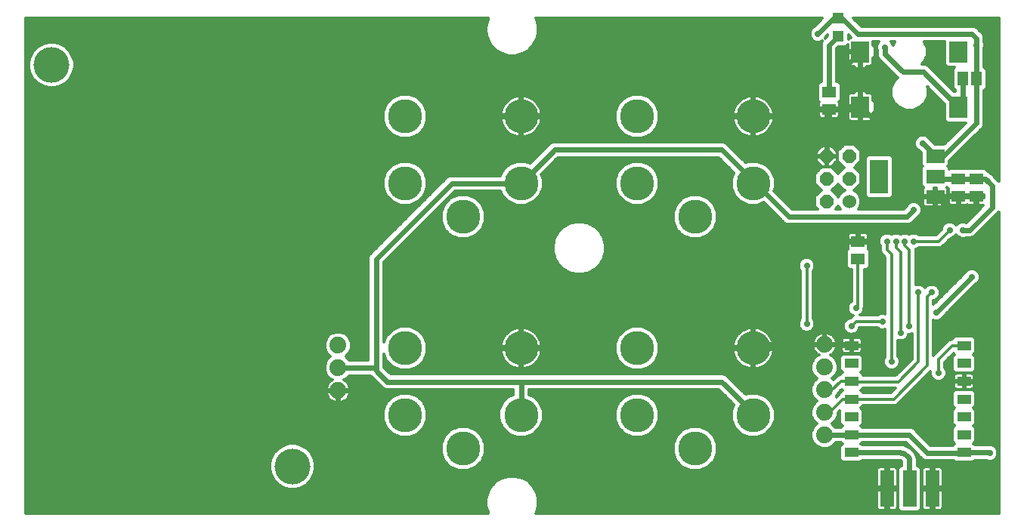
<source format=gtl>
G75*
G70*
%OFA0B0*%
%FSLAX24Y24*%
%IPPOS*%
%LPD*%
%AMOC8*
5,1,8,0,0,1.08239X$1,22.5*
%
%ADD10C,0.1502*%
%ADD11R,0.0790X0.0590*%
%ADD12R,0.0790X0.1500*%
%ADD13R,0.0472X0.0472*%
%ADD14R,0.0591X0.0512*%
%ADD15C,0.0740*%
%ADD16C,0.0600*%
%ADD17OC8,0.0600*%
%ADD18R,0.0787X0.0945*%
%ADD19R,0.0460X0.0630*%
%ADD20R,0.0591X0.0394*%
%ADD21R,0.0600X0.1600*%
%ADD22C,0.0278*%
%ADD23C,0.0240*%
%ADD24C,0.0120*%
%ADD25C,0.1575*%
D10*
X018053Y004983D03*
X020612Y003506D03*
X023171Y004983D03*
X023171Y007936D03*
X018053Y007936D03*
X028289Y007936D03*
X033407Y007936D03*
X033407Y004983D03*
X030848Y003506D03*
X028289Y004983D03*
X030848Y013743D03*
X028289Y015219D03*
X033407Y015219D03*
X033407Y018172D03*
X028289Y018172D03*
X023171Y018172D03*
X018053Y018172D03*
X018053Y015219D03*
X020612Y013743D03*
X023171Y015219D03*
D11*
X041438Y015524D03*
X041438Y014624D03*
X041438Y016424D03*
D12*
X038958Y015514D03*
D13*
X037147Y021695D03*
X037147Y022522D03*
D14*
X036754Y019235D03*
X036754Y018487D03*
X042462Y015396D03*
X043250Y015396D03*
X043250Y014648D03*
X042462Y014648D03*
X038033Y012640D03*
X038033Y011892D03*
D15*
X036557Y008097D03*
X036557Y007097D03*
X036557Y006097D03*
X036557Y005097D03*
X036557Y004097D03*
X015100Y006066D03*
X015100Y007066D03*
X015100Y008066D03*
D16*
X037647Y014416D03*
D17*
X036647Y014416D03*
X036647Y015416D03*
X037647Y015416D03*
X037647Y016416D03*
X036647Y016416D03*
D18*
X038131Y018585D03*
X042462Y018585D03*
X042462Y021026D03*
X038131Y021026D03*
D19*
X042654Y019845D03*
X043254Y019845D03*
D20*
X042706Y008054D03*
X042706Y007266D03*
X042706Y006479D03*
X042706Y005691D03*
X042706Y004904D03*
X042706Y004117D03*
X042706Y003329D03*
X037746Y003329D03*
X037746Y004117D03*
X037746Y004904D03*
X037746Y005691D03*
X037746Y006479D03*
X037746Y007266D03*
X037746Y008054D03*
D21*
X039313Y001735D03*
X040313Y001735D03*
X041313Y001735D03*
D22*
X041281Y001735D03*
X039313Y001735D03*
X043840Y003310D03*
X043446Y006459D03*
X041576Y006853D03*
X039509Y007345D03*
X039903Y008625D03*
X040297Y008920D03*
X039116Y009117D03*
X037935Y009707D03*
X037246Y010101D03*
X037738Y008920D03*
X035769Y009018D03*
X040691Y010396D03*
X041281Y010396D03*
X043053Y011085D03*
X043446Y010003D03*
X041478Y009510D03*
X035769Y011577D03*
X039313Y012660D03*
X039706Y012660D03*
X040100Y012660D03*
X040494Y012660D03*
X042069Y013152D03*
X042659Y013152D03*
X041773Y013940D03*
X040494Y014038D03*
X043742Y015317D03*
X040887Y016991D03*
X039805Y016991D03*
X037639Y020534D03*
X039214Y021223D03*
X036261Y021814D03*
X043250Y021321D03*
D23*
X043250Y021617D01*
X043053Y021814D01*
X038033Y021814D01*
X037324Y022522D01*
X037147Y022522D01*
X037128Y022503D01*
X036950Y022503D01*
X036261Y021814D01*
X036754Y021321D02*
X037049Y021617D01*
X037147Y021695D01*
X036754Y021321D02*
X036754Y019235D01*
X036754Y018487D02*
X036754Y018467D01*
X036647Y018361D01*
X036647Y016416D01*
X038200Y018585D02*
X039696Y017089D01*
X039706Y017089D01*
X039805Y016991D01*
X040297Y016499D01*
X040297Y015121D01*
X040769Y014648D01*
X041462Y014648D01*
X041438Y014624D01*
X041462Y014648D02*
X042462Y014648D01*
X043250Y014648D01*
X043742Y015317D02*
X043939Y015121D01*
X043939Y014136D01*
X042954Y013152D01*
X042659Y013152D01*
X041773Y013940D02*
X040986Y013152D01*
X038033Y013152D01*
X037541Y013152D01*
X037246Y012857D01*
X037246Y010101D01*
X037246Y008132D01*
X037281Y008097D01*
X037702Y008097D01*
X037746Y008054D01*
X037281Y008097D02*
X036557Y008097D01*
X033569Y008097D01*
X033407Y007936D01*
X032029Y006459D02*
X023171Y006459D01*
X023171Y004983D01*
X023171Y006459D02*
X017265Y006459D01*
X016773Y006951D01*
X016773Y007050D01*
X016757Y007066D01*
X015100Y007066D01*
X016773Y007050D02*
X016773Y011873D01*
X020120Y015219D01*
X023171Y015219D01*
X024647Y016695D01*
X032029Y016695D01*
X033407Y015317D01*
X033407Y015219D01*
X033506Y015219D01*
X034982Y013743D01*
X040198Y013743D01*
X040494Y014038D01*
X041773Y013940D02*
X041773Y014629D01*
X041567Y015396D02*
X041438Y015524D01*
X041567Y015396D02*
X042462Y015396D01*
X043250Y015396D01*
X043269Y015416D01*
X043643Y015416D01*
X043742Y015317D01*
X041797Y016424D02*
X041438Y016424D01*
X041438Y016440D01*
X040887Y016991D01*
X041797Y016424D02*
X043250Y017877D01*
X043250Y019840D01*
X043254Y019845D01*
X043254Y021321D01*
X040907Y020140D02*
X042462Y018585D01*
X042654Y018777D01*
X042654Y019845D01*
X040907Y020140D02*
X040002Y020140D01*
X039214Y020928D01*
X039214Y021223D01*
X038131Y021026D02*
X038131Y019058D01*
X038112Y018487D01*
X036754Y018487D01*
X038131Y018566D02*
X038131Y018585D01*
X038200Y018585D01*
X038131Y018585D02*
X038131Y019058D01*
X037639Y020534D02*
X038131Y021026D01*
X043053Y011085D02*
X041478Y009510D01*
X042706Y008054D02*
X042687Y008034D01*
X042706Y006479D02*
X043427Y006479D01*
X043446Y006459D01*
X041084Y003310D02*
X040277Y004117D01*
X037746Y004117D01*
X036576Y004117D01*
X036557Y004097D01*
X037746Y003329D02*
X039883Y003329D01*
X039921Y003327D01*
X039959Y003322D01*
X039996Y003313D01*
X040032Y003301D01*
X040067Y003286D01*
X040100Y003267D01*
X040132Y003246D01*
X040161Y003221D01*
X040188Y003194D01*
X040213Y003165D01*
X040234Y003133D01*
X040253Y003100D01*
X040268Y003065D01*
X040280Y003029D01*
X040289Y002992D01*
X040294Y002954D01*
X040296Y002916D01*
X040297Y002916D02*
X040297Y001751D01*
X040313Y001735D01*
X041084Y003310D02*
X042687Y003310D01*
X042706Y003329D01*
X043820Y003329D01*
X043840Y003310D01*
X037746Y006479D02*
X037734Y006491D01*
X033407Y005081D02*
X032029Y006459D01*
X033407Y005081D02*
X033407Y004983D01*
D24*
X001320Y000659D02*
X001320Y022495D01*
X021730Y022495D01*
X021706Y022454D01*
X021628Y022162D01*
X021628Y021859D01*
X021706Y021567D01*
X021858Y021305D01*
X022072Y021091D01*
X022334Y020940D01*
X022626Y020861D01*
X022928Y020861D01*
X023221Y020940D01*
X023483Y021091D01*
X023697Y021305D01*
X023848Y021567D01*
X023926Y021859D01*
X023926Y022162D01*
X023848Y022454D01*
X023824Y022495D01*
X036462Y022495D01*
X036104Y022137D01*
X036058Y022118D01*
X035957Y022017D01*
X035902Y021885D01*
X035902Y021742D01*
X035957Y021610D01*
X036058Y021509D01*
X036190Y021454D01*
X036333Y021454D01*
X036463Y021508D01*
X036414Y021389D01*
X036414Y019711D01*
X036367Y019711D01*
X036238Y019582D01*
X036238Y018888D01*
X036314Y018812D01*
X036309Y018804D01*
X036298Y018764D01*
X036298Y018547D01*
X036694Y018547D01*
X036694Y018427D01*
X036814Y018427D01*
X036814Y018547D01*
X037209Y018547D01*
X037209Y018764D01*
X037198Y018804D01*
X037193Y018812D01*
X037269Y018888D01*
X037269Y019582D01*
X037140Y019711D01*
X037094Y019711D01*
X037094Y021181D01*
X037152Y021239D01*
X037475Y021239D01*
X037578Y021342D01*
X037578Y021086D01*
X038071Y021086D01*
X038071Y020966D01*
X037578Y020966D01*
X037578Y020533D01*
X037589Y020492D01*
X037610Y020455D01*
X037640Y020426D01*
X037676Y020405D01*
X037717Y020394D01*
X037841Y020394D01*
X037944Y020291D01*
X038320Y020291D01*
X038423Y020394D01*
X038546Y020394D01*
X038587Y020405D01*
X038623Y020426D01*
X038653Y020455D01*
X038674Y020492D01*
X038685Y020533D01*
X038685Y020746D01*
X038782Y020843D01*
X038782Y021219D01*
X038685Y021316D01*
X038685Y021474D01*
X038957Y021474D01*
X038910Y021426D01*
X038855Y021294D01*
X038855Y021152D01*
X038874Y021106D01*
X038874Y020860D01*
X038926Y020735D01*
X039713Y019948D01*
X039776Y019885D01*
X039606Y019716D01*
X039483Y019416D01*
X039483Y019093D01*
X039606Y018793D01*
X039836Y018564D01*
X040135Y018440D01*
X040459Y018440D01*
X040758Y018564D01*
X040987Y018793D01*
X041111Y019093D01*
X041111Y019416D01*
X041084Y019483D01*
X041849Y018718D01*
X041849Y018022D01*
X041977Y017893D01*
X042785Y017893D01*
X041832Y016939D01*
X041420Y016939D01*
X041211Y017148D01*
X041192Y017194D01*
X041091Y017295D01*
X040959Y017350D01*
X040816Y017350D01*
X040684Y017295D01*
X040583Y017194D01*
X040528Y017062D01*
X040528Y016919D01*
X040583Y016787D01*
X040684Y016686D01*
X040730Y016667D01*
X040823Y016574D01*
X040823Y016038D01*
X040887Y015974D01*
X040823Y015910D01*
X039573Y015910D01*
X039573Y016028D02*
X040833Y016028D01*
X040823Y015910D02*
X040823Y015138D01*
X040930Y015032D01*
X040915Y015018D01*
X040894Y014981D01*
X040883Y014940D01*
X040883Y014684D01*
X041378Y014684D01*
X041378Y014564D01*
X040883Y014564D01*
X040883Y014308D01*
X040894Y014268D01*
X040915Y014231D01*
X040945Y014201D01*
X040982Y014180D01*
X041022Y014169D01*
X041378Y014169D01*
X041378Y014564D01*
X041498Y014564D01*
X041498Y014169D01*
X041854Y014169D01*
X041895Y014180D01*
X041932Y014201D01*
X041961Y014231D01*
X041983Y014268D01*
X041993Y014308D01*
X041993Y014564D01*
X041498Y014564D01*
X041498Y014684D01*
X041498Y015009D01*
X041378Y015009D01*
X041378Y014684D01*
X041498Y014684D01*
X041993Y014684D01*
X041993Y014940D01*
X041983Y014981D01*
X041961Y015018D01*
X041947Y015032D01*
X041956Y015040D01*
X042022Y014974D01*
X042018Y014966D01*
X042007Y014925D01*
X042007Y014708D01*
X042402Y014708D01*
X042402Y014588D01*
X042522Y014588D01*
X042522Y014232D01*
X042779Y014232D01*
X042819Y014243D01*
X042856Y014264D01*
X042893Y014243D01*
X042933Y014232D01*
X043190Y014232D01*
X043190Y014588D01*
X043310Y014588D01*
X043599Y014588D01*
X043599Y014708D01*
X043310Y014708D01*
X043310Y014588D01*
X043310Y014232D01*
X043554Y014232D01*
X042813Y013492D01*
X042776Y013492D01*
X042730Y013511D01*
X042588Y013511D01*
X042456Y013457D01*
X042364Y013365D01*
X042272Y013457D01*
X042140Y013511D01*
X041997Y013511D01*
X041865Y013457D01*
X041764Y013356D01*
X041709Y013224D01*
X041709Y013189D01*
X041460Y012940D01*
X040721Y012940D01*
X040697Y012964D01*
X040565Y013019D01*
X040422Y013019D01*
X040297Y012967D01*
X040171Y013019D01*
X040029Y013019D01*
X039903Y012967D01*
X039778Y013019D01*
X039635Y013019D01*
X039509Y012967D01*
X039384Y013019D01*
X039241Y013019D01*
X039109Y012964D01*
X039008Y012863D01*
X038954Y012731D01*
X038954Y012589D01*
X039008Y012457D01*
X039033Y012432D01*
X039033Y012211D01*
X039075Y012108D01*
X039229Y011953D01*
X039229Y009458D01*
X039187Y009476D01*
X039044Y009476D01*
X038912Y009421D01*
X038888Y009397D01*
X038123Y009397D01*
X038138Y009403D01*
X038239Y009504D01*
X038294Y009636D01*
X038294Y009703D01*
X038313Y009750D01*
X038313Y011416D01*
X038419Y011416D01*
X038548Y011545D01*
X038548Y012239D01*
X038473Y012315D01*
X038477Y012323D01*
X038488Y012363D01*
X038488Y012580D01*
X038093Y012580D01*
X038093Y012700D01*
X038488Y012700D01*
X038488Y012917D01*
X038477Y012958D01*
X038456Y012994D01*
X038427Y013024D01*
X038390Y013045D01*
X038349Y013056D01*
X038093Y013056D01*
X038093Y012700D01*
X037973Y012700D01*
X037973Y012580D01*
X037578Y012580D01*
X037578Y012363D01*
X037589Y012323D01*
X037593Y012315D01*
X037518Y012239D01*
X037518Y011545D01*
X037647Y011416D01*
X037753Y011416D01*
X037753Y010021D01*
X037731Y010012D01*
X037630Y009911D01*
X037576Y009779D01*
X037576Y009636D01*
X037630Y009504D01*
X037731Y009403D01*
X037813Y009369D01*
X037776Y009354D01*
X037701Y009279D01*
X037666Y009279D01*
X037534Y009224D01*
X037433Y009123D01*
X037379Y008991D01*
X037379Y008848D01*
X037433Y008716D01*
X037534Y008615D01*
X037666Y008561D01*
X037809Y008561D01*
X037941Y008615D01*
X038042Y008716D01*
X038092Y008837D01*
X038888Y008837D01*
X038912Y008812D01*
X039044Y008758D01*
X039187Y008758D01*
X039229Y008775D01*
X039229Y007573D01*
X039205Y007548D01*
X039150Y007416D01*
X039150Y007274D01*
X039205Y007142D01*
X039306Y007041D01*
X039438Y006986D01*
X039581Y006986D01*
X039713Y007041D01*
X039814Y007142D01*
X039869Y007274D01*
X039869Y007416D01*
X039814Y007548D01*
X039789Y007573D01*
X039789Y008283D01*
X039832Y008266D01*
X039975Y008266D01*
X040107Y008320D01*
X040208Y008421D01*
X040262Y008553D01*
X040262Y008561D01*
X040368Y008561D01*
X040411Y008578D01*
X040411Y007461D01*
X039689Y006739D01*
X038261Y006739D01*
X038261Y006767D01*
X038155Y006873D01*
X038261Y006978D01*
X038261Y007554D01*
X038132Y007683D01*
X037359Y007683D01*
X037230Y007554D01*
X037230Y006978D01*
X037336Y006873D01*
X037234Y006771D01*
X037221Y006771D01*
X037119Y006728D01*
X036939Y006549D01*
X036891Y006597D01*
X037057Y006763D01*
X037147Y006980D01*
X037147Y007214D01*
X037057Y007431D01*
X036891Y007597D01*
X036809Y007631D01*
X036834Y007644D01*
X036902Y007693D01*
X036961Y007752D01*
X037010Y007819D01*
X037048Y007894D01*
X037074Y007973D01*
X037087Y008055D01*
X037087Y008057D01*
X036597Y008057D01*
X036597Y008137D01*
X037087Y008137D01*
X037087Y008139D01*
X037074Y008221D01*
X037048Y008300D01*
X037010Y008375D01*
X036961Y008442D01*
X036902Y008501D01*
X036834Y008550D01*
X036760Y008588D01*
X036681Y008614D01*
X036598Y008627D01*
X036597Y008627D01*
X036597Y008137D01*
X036517Y008137D01*
X036517Y008627D01*
X036515Y008627D01*
X036433Y008614D01*
X036353Y008588D01*
X036279Y008550D01*
X036211Y008501D01*
X036152Y008442D01*
X036103Y008375D01*
X036066Y008300D01*
X036040Y008221D01*
X036027Y008139D01*
X036027Y008137D01*
X036517Y008137D01*
X036517Y008057D01*
X036027Y008057D01*
X036027Y008055D01*
X036040Y007973D01*
X036066Y007894D01*
X036103Y007819D01*
X036152Y007752D01*
X036211Y007693D01*
X036279Y007644D01*
X036304Y007631D01*
X036222Y007597D01*
X036057Y007431D01*
X035967Y007214D01*
X035967Y006980D01*
X036057Y006763D01*
X036222Y006597D01*
X036057Y006431D01*
X035967Y006214D01*
X035967Y005980D01*
X036057Y005763D01*
X036222Y005597D01*
X036057Y005431D01*
X035967Y005214D01*
X035967Y004980D01*
X036057Y004763D01*
X036222Y004597D01*
X036057Y004431D01*
X035967Y004214D01*
X035967Y003980D01*
X036057Y003763D01*
X036222Y003597D01*
X036439Y003507D01*
X036674Y003507D01*
X036891Y003597D01*
X037057Y003763D01*
X037063Y003777D01*
X037282Y003777D01*
X037336Y003723D01*
X037230Y003617D01*
X037230Y003041D01*
X037359Y002912D01*
X038132Y002912D01*
X038209Y002989D01*
X039883Y002989D01*
X039898Y002988D01*
X039924Y002977D01*
X039944Y002957D01*
X039955Y002930D01*
X039957Y002916D01*
X039957Y002755D01*
X039921Y002755D01*
X039793Y002626D01*
X039793Y000844D01*
X039921Y000715D01*
X040704Y000715D01*
X040833Y000844D01*
X040833Y002626D01*
X040704Y002755D01*
X040637Y002755D01*
X040637Y003066D01*
X040522Y003343D01*
X040310Y003555D01*
X040033Y003669D01*
X038209Y003669D01*
X038155Y003723D01*
X038209Y003777D01*
X040136Y003777D01*
X040796Y003117D01*
X040892Y003021D01*
X041017Y002970D01*
X042263Y002970D01*
X042320Y002912D01*
X043093Y002912D01*
X043170Y002989D01*
X043675Y002989D01*
X043769Y002951D01*
X043912Y002951D01*
X044044Y003005D01*
X044145Y003106D01*
X044199Y003238D01*
X044199Y003381D01*
X044145Y003513D01*
X044044Y003614D01*
X043912Y003669D01*
X043890Y003669D01*
X043888Y003669D01*
X043170Y003669D01*
X043116Y003723D01*
X043222Y003829D01*
X043222Y004405D01*
X043116Y004510D01*
X043222Y004616D01*
X043222Y005192D01*
X043116Y005298D01*
X043222Y005404D01*
X043222Y005979D01*
X043093Y006108D01*
X042320Y006108D01*
X042191Y005979D01*
X042191Y005404D01*
X042297Y005298D01*
X042191Y005192D01*
X042191Y004616D01*
X042297Y004510D01*
X042191Y004405D01*
X042191Y003829D01*
X042297Y003723D01*
X042223Y003650D01*
X041225Y003650D01*
X040470Y004405D01*
X040345Y004457D01*
X038209Y004457D01*
X038155Y004510D01*
X038261Y004616D01*
X038261Y005192D01*
X038155Y005298D01*
X038261Y005404D01*
X038261Y005411D01*
X039683Y005411D01*
X039786Y005454D01*
X039865Y005533D01*
X039879Y005566D01*
X041217Y006905D01*
X041217Y006781D01*
X041272Y006650D01*
X041373Y006549D01*
X041505Y006494D01*
X041648Y006494D01*
X041780Y006549D01*
X041881Y006650D01*
X041935Y006781D01*
X041935Y006924D01*
X041881Y007056D01*
X041856Y007081D01*
X041856Y007327D01*
X042243Y007714D01*
X042297Y007660D01*
X042191Y007554D01*
X042191Y006978D01*
X042320Y006849D01*
X043093Y006849D01*
X043222Y006978D01*
X043222Y007554D01*
X043116Y007660D01*
X043222Y007766D01*
X043222Y008342D01*
X043093Y008471D01*
X042320Y008471D01*
X042191Y008342D01*
X042191Y008334D01*
X042131Y008334D01*
X042028Y008291D01*
X041949Y008212D01*
X041364Y007627D01*
X041364Y009169D01*
X041407Y009151D01*
X041549Y009151D01*
X041681Y009206D01*
X041782Y009307D01*
X041801Y009353D01*
X043210Y010762D01*
X043256Y010781D01*
X043357Y010882D01*
X043412Y011014D01*
X043412Y011157D01*
X043357Y011289D01*
X043256Y011390D01*
X043124Y011444D01*
X042981Y011444D01*
X042849Y011390D01*
X042748Y011289D01*
X042729Y011243D01*
X041364Y009878D01*
X041364Y010042D01*
X041484Y010092D01*
X041585Y010193D01*
X041640Y010325D01*
X041640Y010468D01*
X041585Y010600D01*
X041484Y010701D01*
X041353Y010755D01*
X041210Y010755D01*
X041078Y010701D01*
X040986Y010609D01*
X040894Y010701D01*
X040762Y010755D01*
X040619Y010755D01*
X040577Y010738D01*
X040577Y012306D01*
X040697Y012356D01*
X040721Y012380D01*
X041632Y012380D01*
X041735Y012423D01*
X042105Y012793D01*
X042140Y012793D01*
X042272Y012848D01*
X042364Y012940D01*
X042456Y012848D01*
X042588Y012793D01*
X042730Y012793D01*
X042776Y012812D01*
X043022Y012812D01*
X043147Y012864D01*
X044227Y013944D01*
X044234Y013961D01*
X044234Y000659D01*
X023824Y000659D01*
X023848Y000701D01*
X023926Y000993D01*
X023926Y001296D01*
X023848Y001588D01*
X023697Y001850D01*
X023483Y002064D01*
X023221Y002215D01*
X022928Y002293D01*
X022626Y002293D01*
X022334Y002215D01*
X022072Y002064D01*
X021858Y001850D01*
X021706Y001588D01*
X021628Y001296D01*
X021628Y000993D01*
X021706Y000701D01*
X021730Y000659D01*
X001320Y000659D01*
X001320Y000742D02*
X021696Y000742D01*
X021664Y000860D02*
X001320Y000860D01*
X001320Y000979D02*
X021632Y000979D01*
X021628Y001097D02*
X001320Y001097D01*
X001320Y001216D02*
X021628Y001216D01*
X021639Y001334D02*
X001320Y001334D01*
X001320Y001453D02*
X021670Y001453D01*
X021702Y001571D02*
X001320Y001571D01*
X001320Y001690D02*
X021765Y001690D01*
X021834Y001808D02*
X013521Y001808D01*
X013477Y001783D02*
X013707Y001915D01*
X013895Y002103D01*
X014027Y002333D01*
X014096Y002589D01*
X014096Y002854D01*
X014027Y003110D01*
X013895Y003340D01*
X013707Y003528D01*
X013477Y003660D01*
X013221Y003729D01*
X012956Y003729D01*
X012700Y003660D01*
X012470Y003528D01*
X012282Y003340D01*
X012150Y003110D01*
X012081Y002854D01*
X012081Y002589D01*
X012150Y002333D01*
X012282Y002103D01*
X012470Y001915D01*
X012700Y001783D01*
X012956Y001714D01*
X013221Y001714D01*
X013477Y001783D01*
X013718Y001927D02*
X021935Y001927D01*
X022053Y002045D02*
X013837Y002045D01*
X013930Y002164D02*
X022245Y002164D01*
X022584Y002282D02*
X013998Y002282D01*
X014046Y002401D02*
X038853Y002401D01*
X038853Y002519D02*
X014077Y002519D01*
X014096Y002638D02*
X020172Y002638D01*
X020062Y002683D02*
X020419Y002535D01*
X020805Y002535D01*
X021162Y002683D01*
X021435Y002956D01*
X021583Y003313D01*
X021583Y003700D01*
X021435Y004057D01*
X021162Y004330D01*
X020805Y004478D01*
X020419Y004478D01*
X020062Y004330D01*
X019788Y004057D01*
X019641Y003700D01*
X019641Y003313D01*
X019788Y002956D01*
X020062Y002683D01*
X019989Y002756D02*
X014096Y002756D01*
X014090Y002875D02*
X019870Y002875D01*
X019773Y002993D02*
X014059Y002993D01*
X014027Y003112D02*
X019724Y003112D01*
X019675Y003230D02*
X013958Y003230D01*
X013886Y003349D02*
X019641Y003349D01*
X019641Y003467D02*
X013768Y003467D01*
X013607Y003586D02*
X019641Y003586D01*
X019642Y003704D02*
X013314Y003704D01*
X012863Y003704D02*
X001320Y003704D01*
X001320Y003586D02*
X012570Y003586D01*
X012409Y003467D02*
X001320Y003467D01*
X001320Y003349D02*
X012291Y003349D01*
X012219Y003230D02*
X001320Y003230D01*
X001320Y003112D02*
X012151Y003112D01*
X012118Y002993D02*
X001320Y002993D01*
X001320Y002875D02*
X012087Y002875D01*
X012081Y002756D02*
X001320Y002756D01*
X001320Y002638D02*
X012081Y002638D01*
X012100Y002519D02*
X001320Y002519D01*
X001320Y002401D02*
X012132Y002401D01*
X012179Y002282D02*
X001320Y002282D01*
X001320Y002164D02*
X012247Y002164D01*
X012340Y002045D02*
X001320Y002045D01*
X001320Y001927D02*
X012459Y001927D01*
X012656Y001808D02*
X001320Y001808D01*
X001320Y003823D02*
X019692Y003823D01*
X019741Y003941D02*
X001320Y003941D01*
X001320Y004060D02*
X017744Y004060D01*
X017860Y004012D02*
X018246Y004012D01*
X018603Y004160D01*
X018876Y004433D01*
X019024Y004790D01*
X019024Y005176D01*
X018876Y005533D01*
X018603Y005806D01*
X018246Y005954D01*
X017860Y005954D01*
X017503Y005806D01*
X017229Y005533D01*
X017082Y005176D01*
X017082Y004790D01*
X017229Y004433D01*
X017503Y004160D01*
X017860Y004012D01*
X017484Y004178D02*
X001320Y004178D01*
X001320Y004297D02*
X017366Y004297D01*
X017247Y004415D02*
X001320Y004415D01*
X001320Y004534D02*
X017188Y004534D01*
X017139Y004652D02*
X001320Y004652D01*
X001320Y004771D02*
X017089Y004771D01*
X017082Y004889D02*
X001320Y004889D01*
X001320Y005008D02*
X017082Y005008D01*
X017082Y005126D02*
X001320Y005126D01*
X001320Y005245D02*
X017110Y005245D01*
X017159Y005363D02*
X001320Y005363D01*
X001320Y005482D02*
X017208Y005482D01*
X017297Y005600D02*
X015354Y005600D01*
X015378Y005612D02*
X015445Y005661D01*
X015504Y005720D01*
X015553Y005788D01*
X015591Y005862D01*
X015617Y005941D01*
X015630Y006024D01*
X015630Y006026D01*
X015140Y006026D01*
X015140Y006106D01*
X015630Y006106D01*
X015630Y006107D01*
X015617Y006190D01*
X015591Y006269D01*
X015553Y006343D01*
X015504Y006411D01*
X015445Y006470D01*
X015378Y006519D01*
X015353Y006532D01*
X015434Y006565D01*
X015594Y006726D01*
X016518Y006726D01*
X016977Y006267D01*
X017073Y006171D01*
X017198Y006119D01*
X022831Y006119D01*
X022831Y005893D01*
X022621Y005806D01*
X022348Y005533D01*
X022200Y005176D01*
X022200Y004790D01*
X022348Y004433D01*
X022621Y004160D01*
X022978Y004012D01*
X023364Y004012D01*
X023721Y004160D01*
X023994Y004433D01*
X024142Y004790D01*
X024142Y005176D01*
X023994Y005533D01*
X023721Y005806D01*
X023511Y005893D01*
X023511Y006119D01*
X031888Y006119D01*
X032552Y005456D01*
X032436Y005176D01*
X032436Y004790D01*
X032584Y004433D01*
X032857Y004160D01*
X033214Y004012D01*
X033600Y004012D01*
X033957Y004160D01*
X034230Y004433D01*
X034378Y004790D01*
X034378Y005176D01*
X034230Y005533D01*
X033957Y005806D01*
X033600Y005954D01*
X033214Y005954D01*
X033073Y005896D01*
X032317Y006652D01*
X032222Y006747D01*
X032097Y006799D01*
X017406Y006799D01*
X017113Y007092D01*
X017113Y007666D01*
X017229Y007385D01*
X017503Y007112D01*
X017860Y006964D01*
X018246Y006964D01*
X018603Y007112D01*
X018876Y007385D01*
X019024Y007742D01*
X019024Y008129D01*
X018876Y008486D01*
X018603Y008759D01*
X018246Y008907D01*
X017860Y008907D01*
X017503Y008759D01*
X017229Y008486D01*
X017113Y008205D01*
X017113Y011732D01*
X020261Y014879D01*
X022260Y014879D01*
X022348Y014669D01*
X022621Y014396D01*
X022978Y014248D01*
X023364Y014248D01*
X023721Y014396D01*
X023994Y014669D01*
X024142Y015026D01*
X024142Y015412D01*
X024055Y015622D01*
X024788Y016355D01*
X031888Y016355D01*
X032552Y015692D01*
X032436Y015412D01*
X032436Y015026D01*
X032584Y014669D01*
X032857Y014396D01*
X033214Y014248D01*
X033600Y014248D01*
X033880Y014364D01*
X034789Y013454D01*
X034914Y013403D01*
X040266Y013403D01*
X040391Y013454D01*
X040487Y013550D01*
X040651Y013715D01*
X040697Y013734D01*
X040798Y013835D01*
X040853Y013967D01*
X040853Y014109D01*
X040798Y014241D01*
X040697Y014342D01*
X040565Y014397D01*
X040422Y014397D01*
X040290Y014342D01*
X040189Y014241D01*
X040170Y014195D01*
X040058Y014083D01*
X038049Y014083D01*
X038088Y014121D01*
X038167Y014312D01*
X038167Y014519D01*
X038088Y014710D01*
X037942Y014857D01*
X037847Y014896D01*
X037863Y014896D01*
X038167Y015201D01*
X038167Y015631D01*
X037883Y015916D01*
X038167Y016201D01*
X038167Y016631D01*
X037863Y016936D01*
X037432Y016936D01*
X037127Y016631D01*
X037127Y016201D01*
X037412Y015916D01*
X037147Y015651D01*
X036863Y015936D01*
X036432Y015936D01*
X036127Y015631D01*
X036127Y015201D01*
X036412Y014916D01*
X036127Y014631D01*
X036127Y014201D01*
X036245Y014083D01*
X035123Y014083D01*
X034320Y014885D01*
X034378Y015026D01*
X034378Y015412D01*
X034230Y015769D01*
X033957Y016042D01*
X033600Y016190D01*
X033214Y016190D01*
X033073Y016132D01*
X032317Y016888D01*
X032222Y016984D01*
X032097Y017035D01*
X024580Y017035D01*
X024455Y016984D01*
X023574Y016103D01*
X023364Y016190D01*
X022978Y016190D01*
X022621Y016042D01*
X022348Y015769D01*
X022260Y015559D01*
X020052Y015559D01*
X019927Y015507D01*
X016485Y012065D01*
X016433Y011940D01*
X016433Y007406D01*
X015594Y007406D01*
X015434Y007566D01*
X015600Y007731D01*
X015690Y007948D01*
X015690Y008183D01*
X015600Y008400D01*
X015434Y008566D01*
X015217Y008656D01*
X014983Y008656D01*
X014766Y008566D01*
X014600Y008400D01*
X014510Y008183D01*
X014510Y007948D01*
X014600Y007731D01*
X014766Y007566D01*
X014600Y007400D01*
X014510Y007183D01*
X014510Y006948D01*
X014600Y006731D01*
X014766Y006565D01*
X014847Y006532D01*
X014822Y006519D01*
X014755Y006470D01*
X014696Y006411D01*
X014647Y006343D01*
X014609Y006269D01*
X014583Y006190D01*
X014570Y006107D01*
X014570Y006106D01*
X015060Y006106D01*
X015060Y006026D01*
X014570Y006026D01*
X014570Y006024D01*
X014583Y005941D01*
X014609Y005862D01*
X014647Y005788D01*
X014696Y005720D01*
X014755Y005661D01*
X014822Y005612D01*
X014897Y005574D01*
X014976Y005549D01*
X015058Y005536D01*
X015060Y005536D01*
X015060Y006026D01*
X015140Y006026D01*
X015140Y005536D01*
X015142Y005536D01*
X015224Y005549D01*
X015303Y005574D01*
X015378Y005612D01*
X015503Y005719D02*
X017415Y005719D01*
X017577Y005837D02*
X015578Y005837D01*
X015619Y005956D02*
X022831Y005956D01*
X022831Y006074D02*
X015140Y006074D01*
X015060Y006074D02*
X001320Y006074D01*
X001320Y005956D02*
X014581Y005956D01*
X014622Y005837D02*
X001320Y005837D01*
X001320Y005719D02*
X014697Y005719D01*
X014846Y005600D02*
X001320Y005600D01*
X001320Y006193D02*
X014584Y006193D01*
X014630Y006311D02*
X001320Y006311D01*
X001320Y006430D02*
X014715Y006430D01*
X014807Y006548D02*
X001320Y006548D01*
X001320Y006667D02*
X014665Y006667D01*
X014578Y006785D02*
X001320Y006785D01*
X001320Y006904D02*
X014528Y006904D01*
X014510Y007022D02*
X001320Y007022D01*
X001320Y007141D02*
X014510Y007141D01*
X014542Y007259D02*
X001320Y007259D01*
X001320Y007378D02*
X014591Y007378D01*
X014696Y007496D02*
X001320Y007496D01*
X001320Y007615D02*
X014717Y007615D01*
X014599Y007733D02*
X001320Y007733D01*
X001320Y007852D02*
X014550Y007852D01*
X014510Y007970D02*
X001320Y007970D01*
X001320Y008089D02*
X014510Y008089D01*
X014520Y008207D02*
X001320Y008207D01*
X001320Y008326D02*
X014569Y008326D01*
X014644Y008444D02*
X001320Y008444D01*
X001320Y008563D02*
X014763Y008563D01*
X015437Y008563D02*
X016433Y008563D01*
X016433Y008681D02*
X001320Y008681D01*
X001320Y008800D02*
X016433Y008800D01*
X016433Y008918D02*
X001320Y008918D01*
X001320Y009037D02*
X016433Y009037D01*
X016433Y009155D02*
X001320Y009155D01*
X001320Y009274D02*
X016433Y009274D01*
X016433Y009392D02*
X001320Y009392D01*
X001320Y009511D02*
X016433Y009511D01*
X016433Y009629D02*
X001320Y009629D01*
X001320Y009748D02*
X016433Y009748D01*
X016433Y009866D02*
X001320Y009866D01*
X001320Y009985D02*
X016433Y009985D01*
X016433Y010103D02*
X001320Y010103D01*
X001320Y010222D02*
X016433Y010222D01*
X016433Y010340D02*
X001320Y010340D01*
X001320Y010459D02*
X016433Y010459D01*
X016433Y010577D02*
X001320Y010577D01*
X001320Y010696D02*
X016433Y010696D01*
X016433Y010814D02*
X001320Y010814D01*
X001320Y010933D02*
X016433Y010933D01*
X016433Y011051D02*
X001320Y011051D01*
X001320Y011170D02*
X016433Y011170D01*
X016433Y011288D02*
X001320Y011288D01*
X001320Y011407D02*
X016433Y011407D01*
X016433Y011525D02*
X001320Y011525D01*
X001320Y011644D02*
X016433Y011644D01*
X016433Y011762D02*
X001320Y011762D01*
X001320Y011881D02*
X016433Y011881D01*
X016458Y011999D02*
X001320Y011999D01*
X001320Y012118D02*
X016537Y012118D01*
X016656Y012236D02*
X001320Y012236D01*
X001320Y012355D02*
X016774Y012355D01*
X016893Y012473D02*
X001320Y012473D01*
X001320Y012592D02*
X017011Y012592D01*
X017130Y012710D02*
X001320Y012710D01*
X001320Y012829D02*
X017248Y012829D01*
X017367Y012947D02*
X001320Y012947D01*
X001320Y013066D02*
X017485Y013066D01*
X017604Y013184D02*
X001320Y013184D01*
X001320Y013303D02*
X017722Y013303D01*
X017841Y013421D02*
X001320Y013421D01*
X001320Y013540D02*
X017959Y013540D01*
X018078Y013658D02*
X001320Y013658D01*
X001320Y013777D02*
X018196Y013777D01*
X018315Y013895D02*
X001320Y013895D01*
X001320Y014014D02*
X018433Y014014D01*
X018552Y014132D02*
X001320Y014132D01*
X001320Y014251D02*
X017853Y014251D01*
X017860Y014248D02*
X018246Y014248D01*
X018603Y014396D01*
X018876Y014669D01*
X019024Y015026D01*
X019024Y015412D01*
X018876Y015769D01*
X018603Y016042D01*
X018246Y016190D01*
X017860Y016190D01*
X017503Y016042D01*
X017229Y015769D01*
X017082Y015412D01*
X017082Y015026D01*
X017229Y014669D01*
X017503Y014396D01*
X017860Y014248D01*
X017567Y014369D02*
X001320Y014369D01*
X001320Y014488D02*
X017411Y014488D01*
X017292Y014606D02*
X001320Y014606D01*
X001320Y014725D02*
X017206Y014725D01*
X017157Y014843D02*
X001320Y014843D01*
X001320Y014962D02*
X017108Y014962D01*
X017082Y015080D02*
X001320Y015080D01*
X001320Y015199D02*
X017082Y015199D01*
X017082Y015317D02*
X001320Y015317D01*
X001320Y015436D02*
X017091Y015436D01*
X017140Y015554D02*
X001320Y015554D01*
X001320Y015673D02*
X017189Y015673D01*
X017251Y015791D02*
X001320Y015791D01*
X001320Y015910D02*
X017370Y015910D01*
X017488Y016028D02*
X001320Y016028D01*
X001320Y016147D02*
X017754Y016147D01*
X018351Y016147D02*
X022872Y016147D01*
X022606Y016028D02*
X018617Y016028D01*
X018736Y015910D02*
X022488Y015910D01*
X022369Y015791D02*
X018854Y015791D01*
X018916Y015673D02*
X022308Y015673D01*
X023469Y016147D02*
X023618Y016147D01*
X023736Y016265D02*
X001320Y016265D01*
X001320Y016384D02*
X023855Y016384D01*
X023973Y016502D02*
X001320Y016502D01*
X001320Y016621D02*
X024092Y016621D01*
X024210Y016739D02*
X001320Y016739D01*
X001320Y016858D02*
X024329Y016858D01*
X024447Y016976D02*
X001320Y016976D01*
X001320Y017095D02*
X040542Y017095D01*
X040528Y016976D02*
X032229Y016976D01*
X032348Y016858D02*
X036438Y016858D01*
X036457Y016876D02*
X036187Y016606D01*
X036187Y016456D01*
X036607Y016456D01*
X036607Y016376D01*
X036187Y016376D01*
X036187Y016225D01*
X036457Y015956D01*
X036607Y015956D01*
X036607Y016376D01*
X036687Y016376D01*
X036687Y015956D01*
X036838Y015956D01*
X037107Y016225D01*
X037107Y016376D01*
X036687Y016376D01*
X036687Y016456D01*
X036607Y016456D01*
X036607Y016876D01*
X036457Y016876D01*
X036607Y016858D02*
X036687Y016858D01*
X036687Y016876D02*
X036687Y016456D01*
X037107Y016456D01*
X037107Y016606D01*
X036838Y016876D01*
X036687Y016876D01*
X036687Y016739D02*
X036607Y016739D01*
X036607Y016621D02*
X036687Y016621D01*
X036687Y016502D02*
X036607Y016502D01*
X036607Y016384D02*
X032822Y016384D01*
X032703Y016502D02*
X036187Y016502D01*
X036201Y016621D02*
X032585Y016621D01*
X032466Y016739D02*
X036320Y016739D01*
X036687Y016384D02*
X037127Y016384D01*
X037127Y016502D02*
X037107Y016502D01*
X037093Y016621D02*
X037127Y016621D01*
X037235Y016739D02*
X036975Y016739D01*
X036856Y016858D02*
X037354Y016858D01*
X037941Y016858D02*
X040554Y016858D01*
X040631Y016739D02*
X038059Y016739D01*
X038167Y016621D02*
X040777Y016621D01*
X040823Y016502D02*
X038167Y016502D01*
X038167Y016384D02*
X038372Y016384D01*
X038343Y016355D02*
X038472Y016484D01*
X039445Y016484D01*
X039573Y016355D01*
X039573Y014673D01*
X039445Y014544D01*
X038472Y014544D01*
X038343Y014673D01*
X038343Y016355D01*
X038343Y016265D02*
X038167Y016265D01*
X038113Y016147D02*
X038343Y016147D01*
X038343Y016028D02*
X037995Y016028D01*
X037889Y015910D02*
X038343Y015910D01*
X038343Y015791D02*
X038007Y015791D01*
X038126Y015673D02*
X038343Y015673D01*
X038343Y015554D02*
X038167Y015554D01*
X038167Y015436D02*
X038343Y015436D01*
X038343Y015317D02*
X038167Y015317D01*
X038165Y015199D02*
X038343Y015199D01*
X038343Y015080D02*
X038047Y015080D01*
X037928Y014962D02*
X038343Y014962D01*
X038343Y014843D02*
X037955Y014843D01*
X038074Y014725D02*
X038343Y014725D01*
X038410Y014606D02*
X038131Y014606D01*
X038167Y014488D02*
X040883Y014488D01*
X040883Y014369D02*
X040632Y014369D01*
X040789Y014251D02*
X040904Y014251D01*
X040843Y014132D02*
X043454Y014132D01*
X043335Y014014D02*
X040853Y014014D01*
X040823Y013895D02*
X043217Y013895D01*
X043098Y013777D02*
X040740Y013777D01*
X040595Y013658D02*
X042980Y013658D01*
X042861Y013540D02*
X040476Y013540D01*
X040311Y013421D02*
X041830Y013421D01*
X041742Y013303D02*
X031717Y013303D01*
X031671Y013193D02*
X031819Y013549D01*
X031819Y013936D01*
X031671Y014293D01*
X031398Y014566D01*
X031041Y014714D01*
X030655Y014714D01*
X030298Y014566D01*
X030025Y014293D01*
X029877Y013936D01*
X029877Y013549D01*
X030025Y013193D01*
X030298Y012919D01*
X030655Y012771D01*
X031041Y012771D01*
X031398Y012919D01*
X031671Y013193D01*
X031663Y013184D02*
X041705Y013184D01*
X041586Y013066D02*
X031544Y013066D01*
X031426Y012947D02*
X037586Y012947D01*
X037589Y012958D02*
X037578Y012917D01*
X037578Y012700D01*
X037973Y012700D01*
X037973Y013056D01*
X037717Y013056D01*
X037676Y013045D01*
X037640Y013024D01*
X037610Y012994D01*
X037589Y012958D01*
X037578Y012829D02*
X031179Y012829D01*
X030517Y012829D02*
X026789Y012829D01*
X026801Y012808D02*
X026649Y013070D01*
X026435Y013284D01*
X026173Y013435D01*
X025881Y013514D01*
X025579Y013514D01*
X025286Y013435D01*
X025024Y013284D01*
X024811Y013070D01*
X024659Y012808D01*
X024581Y012516D01*
X024581Y012213D01*
X024659Y011921D01*
X024811Y011659D01*
X025024Y011445D01*
X025286Y011294D01*
X025579Y011216D01*
X025881Y011216D01*
X026173Y011294D01*
X026435Y011445D01*
X026649Y011659D01*
X026801Y011921D01*
X026879Y012213D01*
X026879Y012516D01*
X026801Y012808D01*
X026827Y012710D02*
X037578Y012710D01*
X037578Y012473D02*
X026879Y012473D01*
X026879Y012355D02*
X037580Y012355D01*
X037518Y012236D02*
X026879Y012236D01*
X026853Y012118D02*
X037518Y012118D01*
X037518Y011999D02*
X026821Y011999D01*
X026777Y011881D02*
X035565Y011881D01*
X035566Y011882D02*
X035465Y011781D01*
X035410Y011649D01*
X035410Y011506D01*
X035465Y011374D01*
X035489Y011350D01*
X035489Y009246D01*
X035465Y009222D01*
X035410Y009090D01*
X035410Y008947D01*
X035465Y008815D01*
X035566Y008714D01*
X035698Y008659D01*
X035841Y008659D01*
X035973Y008714D01*
X036074Y008815D01*
X036128Y008947D01*
X036128Y009090D01*
X036074Y009222D01*
X036049Y009246D01*
X036049Y011350D01*
X036074Y011374D01*
X036128Y011506D01*
X036128Y011649D01*
X036074Y011781D01*
X035973Y011882D01*
X035841Y011936D01*
X035698Y011936D01*
X035566Y011882D01*
X035457Y011762D02*
X026709Y011762D01*
X026634Y011644D02*
X035410Y011644D01*
X035410Y011525D02*
X026515Y011525D01*
X026368Y011407D02*
X035451Y011407D01*
X035489Y011288D02*
X026151Y011288D01*
X025309Y011288D02*
X017113Y011288D01*
X017113Y011170D02*
X035489Y011170D01*
X035489Y011051D02*
X017113Y011051D01*
X017113Y010933D02*
X035489Y010933D01*
X035489Y010814D02*
X017113Y010814D01*
X017113Y010696D02*
X035489Y010696D01*
X035489Y010577D02*
X017113Y010577D01*
X017113Y010459D02*
X035489Y010459D01*
X035489Y010340D02*
X017113Y010340D01*
X017113Y010222D02*
X035489Y010222D01*
X035489Y010103D02*
X017113Y010103D01*
X017113Y009985D02*
X035489Y009985D01*
X035489Y009866D02*
X017113Y009866D01*
X017113Y009748D02*
X035489Y009748D01*
X035489Y009629D02*
X017113Y009629D01*
X017113Y009511D02*
X035489Y009511D01*
X035489Y009392D02*
X017113Y009392D01*
X017113Y009274D02*
X035489Y009274D01*
X035437Y009155D02*
X017113Y009155D01*
X017113Y009037D02*
X035410Y009037D01*
X035422Y008918D02*
X017113Y008918D01*
X017113Y008800D02*
X017601Y008800D01*
X017425Y008681D02*
X017113Y008681D01*
X017113Y008563D02*
X017306Y008563D01*
X017212Y008444D02*
X017113Y008444D01*
X017113Y008326D02*
X017163Y008326D01*
X017114Y008207D02*
X017113Y008207D01*
X016433Y008207D02*
X015680Y008207D01*
X015690Y008089D02*
X016433Y008089D01*
X016433Y007970D02*
X015690Y007970D01*
X015650Y007852D02*
X016433Y007852D01*
X016433Y007733D02*
X015601Y007733D01*
X015483Y007615D02*
X016433Y007615D01*
X016433Y007496D02*
X015504Y007496D01*
X015535Y006667D02*
X016577Y006667D01*
X016696Y006548D02*
X015393Y006548D01*
X015485Y006430D02*
X016814Y006430D01*
X016933Y006311D02*
X015570Y006311D01*
X015616Y006193D02*
X017051Y006193D01*
X017302Y006904D02*
X035998Y006904D01*
X035967Y007022D02*
X028621Y007022D01*
X028482Y006964D02*
X028839Y007112D01*
X029112Y007385D01*
X029260Y007742D01*
X029260Y008129D01*
X029112Y008486D01*
X028839Y008759D01*
X028482Y008907D01*
X028096Y008907D01*
X027739Y008759D01*
X027466Y008486D01*
X027318Y008129D01*
X027318Y007742D01*
X027466Y007385D01*
X027739Y007112D01*
X028096Y006964D01*
X028482Y006964D01*
X028867Y007141D02*
X032962Y007141D01*
X033003Y007117D02*
X033114Y007071D01*
X033229Y007040D01*
X033347Y007024D01*
X033347Y007876D01*
X032496Y007876D01*
X032511Y007757D01*
X032542Y007642D01*
X032588Y007532D01*
X032648Y007428D01*
X032721Y007334D01*
X032805Y007249D01*
X032900Y007176D01*
X033003Y007117D01*
X032795Y007259D02*
X028986Y007259D01*
X029104Y007378D02*
X032687Y007378D01*
X032609Y007496D02*
X029158Y007496D01*
X029207Y007615D02*
X032554Y007615D01*
X032518Y007733D02*
X029256Y007733D01*
X029260Y007852D02*
X032499Y007852D01*
X032496Y007996D02*
X033347Y007996D01*
X033347Y008847D01*
X033229Y008831D01*
X033114Y008800D01*
X033003Y008755D01*
X032900Y008695D01*
X032805Y008622D01*
X032721Y008538D01*
X032648Y008443D01*
X032588Y008339D01*
X032542Y008229D01*
X032511Y008114D01*
X032496Y007996D01*
X032508Y008089D02*
X029260Y008089D01*
X029260Y007970D02*
X033347Y007970D01*
X033347Y007996D02*
X033347Y007876D01*
X033467Y007876D01*
X033467Y007996D01*
X033347Y007996D01*
X033347Y008089D02*
X033467Y008089D01*
X033467Y007996D02*
X033467Y008847D01*
X033585Y008831D01*
X033701Y008800D01*
X033811Y008755D01*
X033914Y008695D01*
X034009Y008622D01*
X034094Y008538D01*
X034166Y008443D01*
X034226Y008339D01*
X034272Y008229D01*
X034303Y008114D01*
X034318Y007996D01*
X033467Y007996D01*
X033467Y007970D02*
X036041Y007970D01*
X036087Y007852D02*
X034315Y007852D01*
X034318Y007876D02*
X033467Y007876D01*
X033467Y007024D01*
X033585Y007040D01*
X033701Y007071D01*
X033811Y007117D01*
X033914Y007176D01*
X034009Y007249D01*
X034094Y007334D01*
X034166Y007428D01*
X034226Y007532D01*
X034272Y007642D01*
X034303Y007757D01*
X034318Y007876D01*
X034296Y007733D02*
X036171Y007733D01*
X036265Y007615D02*
X034260Y007615D01*
X034205Y007496D02*
X036121Y007496D01*
X036034Y007378D02*
X034127Y007378D01*
X034019Y007259D02*
X035985Y007259D01*
X035967Y007141D02*
X033853Y007141D01*
X033467Y007141D02*
X033347Y007141D01*
X033347Y007259D02*
X033467Y007259D01*
X033467Y007378D02*
X033347Y007378D01*
X033347Y007496D02*
X033467Y007496D01*
X033467Y007615D02*
X033347Y007615D01*
X033347Y007733D02*
X033467Y007733D01*
X033467Y007852D02*
X033347Y007852D01*
X033347Y008207D02*
X033467Y008207D01*
X033467Y008326D02*
X033347Y008326D01*
X033347Y008444D02*
X033467Y008444D01*
X033467Y008563D02*
X033347Y008563D01*
X033347Y008681D02*
X033467Y008681D01*
X033467Y008800D02*
X033347Y008800D01*
X033112Y008800D02*
X028741Y008800D01*
X028917Y008681D02*
X032882Y008681D01*
X032746Y008563D02*
X029035Y008563D01*
X029130Y008444D02*
X032649Y008444D01*
X032582Y008326D02*
X029179Y008326D01*
X029228Y008207D02*
X032537Y008207D01*
X033702Y008800D02*
X035480Y008800D01*
X035645Y008681D02*
X033932Y008681D01*
X034069Y008563D02*
X036303Y008563D01*
X036154Y008444D02*
X034165Y008444D01*
X034232Y008326D02*
X036078Y008326D01*
X036038Y008207D02*
X034278Y008207D01*
X034306Y008089D02*
X036517Y008089D01*
X036597Y008089D02*
X037707Y008089D01*
X037707Y008092D02*
X037707Y008015D01*
X037290Y008015D01*
X037290Y007836D01*
X037301Y007795D01*
X037322Y007759D01*
X037352Y007729D01*
X037389Y007708D01*
X037429Y007697D01*
X037707Y007697D01*
X037707Y008015D01*
X037784Y008015D01*
X037784Y007697D01*
X038062Y007697D01*
X038103Y007708D01*
X038139Y007729D01*
X038169Y007759D01*
X038190Y007795D01*
X038201Y007836D01*
X038201Y008015D01*
X037784Y008015D01*
X037784Y008092D01*
X038201Y008092D01*
X038201Y008272D01*
X038190Y008312D01*
X038169Y008349D01*
X038139Y008379D01*
X038103Y008400D01*
X038062Y008411D01*
X037784Y008411D01*
X037784Y008092D01*
X037707Y008092D01*
X037290Y008092D01*
X037290Y008272D01*
X037301Y008312D01*
X037322Y008349D01*
X037352Y008379D01*
X037389Y008400D01*
X037429Y008411D01*
X037707Y008411D01*
X037707Y008092D01*
X037746Y008054D02*
X037738Y008046D01*
X037738Y008034D01*
X037707Y007970D02*
X037784Y007970D01*
X037784Y007852D02*
X037707Y007852D01*
X037707Y007733D02*
X037784Y007733D01*
X038143Y007733D02*
X039229Y007733D01*
X039229Y007615D02*
X038201Y007615D01*
X038261Y007496D02*
X039183Y007496D01*
X039150Y007378D02*
X038261Y007378D01*
X038261Y007259D02*
X039156Y007259D01*
X039206Y007141D02*
X038261Y007141D01*
X038261Y007022D02*
X039351Y007022D01*
X039668Y007022D02*
X039972Y007022D01*
X040090Y007141D02*
X039813Y007141D01*
X039862Y007259D02*
X040209Y007259D01*
X040327Y007378D02*
X039869Y007378D01*
X039836Y007496D02*
X040411Y007496D01*
X040411Y007615D02*
X039789Y007615D01*
X039789Y007733D02*
X040411Y007733D01*
X040411Y007852D02*
X039789Y007852D01*
X039789Y007970D02*
X040411Y007970D01*
X040411Y008089D02*
X039789Y008089D01*
X039789Y008207D02*
X040411Y008207D01*
X040411Y008326D02*
X040112Y008326D01*
X040217Y008444D02*
X040411Y008444D01*
X040411Y008563D02*
X040373Y008563D01*
X040297Y008920D02*
X040297Y012266D01*
X040100Y012463D01*
X040100Y012660D01*
X039706Y012660D02*
X039706Y012365D01*
X039903Y012168D01*
X039903Y008625D01*
X039229Y008681D02*
X038007Y008681D01*
X038077Y008800D02*
X038943Y008800D01*
X039116Y009117D02*
X037935Y009117D01*
X037738Y008920D01*
X037379Y008918D02*
X036116Y008918D01*
X036128Y009037D02*
X037398Y009037D01*
X037465Y009155D02*
X036101Y009155D01*
X036049Y009274D02*
X037654Y009274D01*
X037757Y009392D02*
X036049Y009392D01*
X036049Y009511D02*
X037627Y009511D01*
X037578Y009629D02*
X036049Y009629D01*
X036049Y009748D02*
X037576Y009748D01*
X037612Y009866D02*
X036049Y009866D01*
X036049Y009985D02*
X037704Y009985D01*
X037753Y010103D02*
X036049Y010103D01*
X036049Y010222D02*
X037753Y010222D01*
X037753Y010340D02*
X036049Y010340D01*
X036049Y010459D02*
X037753Y010459D01*
X037753Y010577D02*
X036049Y010577D01*
X036049Y010696D02*
X037753Y010696D01*
X037753Y010814D02*
X036049Y010814D01*
X036049Y010933D02*
X037753Y010933D01*
X037753Y011051D02*
X036049Y011051D01*
X036049Y011170D02*
X037753Y011170D01*
X037753Y011288D02*
X036049Y011288D01*
X036087Y011407D02*
X037753Y011407D01*
X037538Y011525D02*
X036128Y011525D01*
X036128Y011644D02*
X037518Y011644D01*
X037518Y011762D02*
X036081Y011762D01*
X035974Y011881D02*
X037518Y011881D01*
X038033Y011892D02*
X038033Y009806D01*
X037935Y009707D01*
X038242Y009511D02*
X039229Y009511D01*
X039229Y009629D02*
X038291Y009629D01*
X038312Y009748D02*
X039229Y009748D01*
X039229Y009866D02*
X038313Y009866D01*
X038313Y009985D02*
X039229Y009985D01*
X039229Y010103D02*
X038313Y010103D01*
X038313Y010222D02*
X039229Y010222D01*
X039229Y010340D02*
X038313Y010340D01*
X038313Y010459D02*
X039229Y010459D01*
X039229Y010577D02*
X038313Y010577D01*
X038313Y010696D02*
X039229Y010696D01*
X039229Y010814D02*
X038313Y010814D01*
X038313Y010933D02*
X039229Y010933D01*
X039229Y011051D02*
X038313Y011051D01*
X038313Y011170D02*
X039229Y011170D01*
X039229Y011288D02*
X038313Y011288D01*
X038313Y011407D02*
X039229Y011407D01*
X039229Y011525D02*
X038528Y011525D01*
X038548Y011644D02*
X039229Y011644D01*
X039229Y011762D02*
X038548Y011762D01*
X038548Y011881D02*
X039229Y011881D01*
X039184Y011999D02*
X038548Y011999D01*
X038548Y012118D02*
X039071Y012118D01*
X039033Y012236D02*
X038548Y012236D01*
X038486Y012355D02*
X039033Y012355D01*
X039001Y012473D02*
X038488Y012473D01*
X038488Y012710D02*
X038954Y012710D01*
X038954Y012592D02*
X038093Y012592D01*
X038033Y012640D02*
X038033Y013152D01*
X037973Y012947D02*
X038093Y012947D01*
X038093Y012829D02*
X037973Y012829D01*
X037973Y012710D02*
X038093Y012710D01*
X037973Y012592D02*
X026859Y012592D01*
X026720Y012947D02*
X030270Y012947D01*
X030152Y013066D02*
X026652Y013066D01*
X026535Y013184D02*
X030033Y013184D01*
X029979Y013303D02*
X026403Y013303D01*
X026198Y013421D02*
X029930Y013421D01*
X029881Y013540D02*
X021579Y013540D01*
X021583Y013549D02*
X021435Y013193D01*
X021162Y012919D01*
X020805Y012771D01*
X020419Y012771D01*
X020062Y012919D01*
X019788Y013193D01*
X019641Y013549D01*
X019641Y013936D01*
X019788Y014293D01*
X020062Y014566D01*
X020419Y014714D01*
X020805Y014714D01*
X021162Y014566D01*
X021435Y014293D01*
X021583Y013936D01*
X021583Y013549D01*
X021583Y013658D02*
X029877Y013658D01*
X029877Y013777D02*
X021583Y013777D01*
X021583Y013895D02*
X029877Y013895D01*
X029909Y014014D02*
X021551Y014014D01*
X021502Y014132D02*
X029958Y014132D01*
X030007Y014251D02*
X028489Y014251D01*
X028482Y014248D02*
X028839Y014396D01*
X029112Y014669D01*
X029260Y015026D01*
X029260Y015412D01*
X029112Y015769D01*
X028839Y016042D01*
X028482Y016190D01*
X028096Y016190D01*
X027739Y016042D01*
X027466Y015769D01*
X027318Y015412D01*
X027318Y015026D01*
X027466Y014669D01*
X027739Y014396D01*
X028096Y014248D01*
X028482Y014248D01*
X028775Y014369D02*
X030101Y014369D01*
X030220Y014488D02*
X028931Y014488D01*
X029050Y014606D02*
X030395Y014606D01*
X031301Y014606D02*
X032647Y014606D01*
X032561Y014725D02*
X029135Y014725D01*
X029184Y014843D02*
X032512Y014843D01*
X032463Y014962D02*
X029234Y014962D01*
X029260Y015080D02*
X032436Y015080D01*
X032436Y015199D02*
X029260Y015199D01*
X029260Y015317D02*
X032436Y015317D01*
X032446Y015436D02*
X029250Y015436D01*
X029201Y015554D02*
X032495Y015554D01*
X032544Y015673D02*
X029152Y015673D01*
X029090Y015791D02*
X032453Y015791D01*
X032334Y015910D02*
X028972Y015910D01*
X028853Y016028D02*
X032216Y016028D01*
X032097Y016147D02*
X028587Y016147D01*
X027991Y016147D02*
X024579Y016147D01*
X024698Y016265D02*
X031979Y016265D01*
X032940Y016265D02*
X036187Y016265D01*
X036266Y016147D02*
X033706Y016147D01*
X033971Y016028D02*
X036384Y016028D01*
X036406Y015910D02*
X034090Y015910D01*
X034208Y015791D02*
X036287Y015791D01*
X036169Y015673D02*
X034270Y015673D01*
X034319Y015554D02*
X036127Y015554D01*
X036127Y015436D02*
X034369Y015436D01*
X034378Y015317D02*
X036127Y015317D01*
X036129Y015199D02*
X034378Y015199D01*
X034378Y015080D02*
X036248Y015080D01*
X036366Y014962D02*
X034352Y014962D01*
X034362Y014843D02*
X036339Y014843D01*
X036221Y014725D02*
X034481Y014725D01*
X034599Y014606D02*
X036127Y014606D01*
X036127Y014488D02*
X034718Y014488D01*
X034836Y014369D02*
X036127Y014369D01*
X036127Y014251D02*
X034955Y014251D01*
X035073Y014132D02*
X036196Y014132D01*
X037049Y014083D02*
X037167Y014201D01*
X037167Y014216D01*
X037206Y014121D01*
X037245Y014083D01*
X037049Y014083D01*
X037099Y014132D02*
X037202Y014132D01*
X037167Y014616D02*
X037167Y014631D01*
X036883Y014916D01*
X037147Y015181D01*
X037432Y014896D01*
X037447Y014896D01*
X037353Y014857D01*
X037206Y014710D01*
X037167Y014616D01*
X037221Y014725D02*
X037074Y014725D01*
X036955Y014843D02*
X037339Y014843D01*
X037366Y014962D02*
X036928Y014962D01*
X037047Y015080D02*
X037248Y015080D01*
X037169Y015673D02*
X037126Y015673D01*
X037007Y015791D02*
X037287Y015791D01*
X037406Y015910D02*
X036889Y015910D01*
X036910Y016028D02*
X037300Y016028D01*
X037181Y016147D02*
X037029Y016147D01*
X037107Y016265D02*
X037127Y016265D01*
X036687Y016265D02*
X036607Y016265D01*
X036607Y016147D02*
X036687Y016147D01*
X036687Y016028D02*
X036607Y016028D01*
X034166Y017664D02*
X034094Y017570D01*
X034009Y017485D01*
X033914Y017413D01*
X033811Y017353D01*
X033701Y017307D01*
X033585Y017276D01*
X033467Y017261D01*
X033467Y018112D01*
X033467Y018232D01*
X033347Y018232D01*
X033347Y019083D01*
X033229Y019067D01*
X033114Y019036D01*
X033003Y018991D01*
X032900Y018931D01*
X032805Y018858D01*
X032721Y018774D01*
X032648Y018679D01*
X032588Y018576D01*
X032542Y018465D01*
X032511Y018350D01*
X032496Y018232D01*
X033347Y018232D01*
X033347Y018112D01*
X032496Y018112D01*
X032511Y017994D01*
X032542Y017878D01*
X032588Y017768D01*
X032648Y017664D01*
X032721Y017570D01*
X032805Y017485D01*
X032900Y017413D01*
X033003Y017353D01*
X033114Y017307D01*
X033229Y017276D01*
X033347Y017261D01*
X033347Y018112D01*
X033467Y018112D01*
X034318Y018112D01*
X034303Y017994D01*
X034272Y017878D01*
X034226Y017768D01*
X034166Y017664D01*
X034179Y017687D02*
X042579Y017687D01*
X042461Y017569D02*
X034093Y017569D01*
X033963Y017450D02*
X042342Y017450D01*
X042224Y017332D02*
X041003Y017332D01*
X041173Y017213D02*
X042105Y017213D01*
X041987Y017095D02*
X041264Y017095D01*
X041383Y016976D02*
X041868Y016976D01*
X042475Y016621D02*
X044234Y016621D01*
X044234Y016739D02*
X042593Y016739D01*
X042712Y016858D02*
X044234Y016858D01*
X044234Y016976D02*
X042830Y016976D01*
X042949Y017095D02*
X044234Y017095D01*
X044234Y017213D02*
X043067Y017213D01*
X043186Y017332D02*
X044234Y017332D01*
X044234Y017450D02*
X043304Y017450D01*
X043423Y017569D02*
X044234Y017569D01*
X044234Y017687D02*
X043539Y017687D01*
X043538Y017684D02*
X043590Y017809D01*
X043590Y019324D01*
X043704Y019439D01*
X043704Y020251D01*
X043594Y020361D01*
X043594Y021214D01*
X043609Y021250D01*
X043609Y021393D01*
X043590Y021439D01*
X043590Y021684D01*
X043538Y021809D01*
X043442Y021905D01*
X043245Y022102D01*
X043120Y022154D01*
X038174Y022154D01*
X037832Y022495D01*
X044234Y022495D01*
X044234Y015296D01*
X044227Y015313D01*
X044065Y015475D01*
X044046Y015521D01*
X043945Y015622D01*
X043899Y015641D01*
X043836Y015704D01*
X043765Y015734D01*
X043765Y015743D01*
X043636Y015872D01*
X042863Y015872D01*
X042856Y015865D01*
X042849Y015872D01*
X042076Y015872D01*
X042053Y015850D01*
X042053Y015910D01*
X044234Y015910D01*
X044234Y016028D02*
X042043Y016028D01*
X042053Y016038D02*
X042053Y016200D01*
X043442Y017588D01*
X043538Y017684D01*
X043588Y017806D02*
X044234Y017806D01*
X044234Y017924D02*
X043590Y017924D01*
X043590Y018043D02*
X044234Y018043D01*
X044234Y018161D02*
X043590Y018161D01*
X043590Y018280D02*
X044234Y018280D01*
X044234Y018398D02*
X043590Y018398D01*
X043590Y018517D02*
X044234Y018517D01*
X044234Y018635D02*
X043590Y018635D01*
X043590Y018754D02*
X044234Y018754D01*
X044234Y018872D02*
X043590Y018872D01*
X043590Y018991D02*
X044234Y018991D01*
X044234Y019109D02*
X043590Y019109D01*
X043590Y019228D02*
X044234Y019228D01*
X044234Y019346D02*
X043612Y019346D01*
X043704Y019465D02*
X044234Y019465D01*
X044234Y019583D02*
X043704Y019583D01*
X043704Y019702D02*
X044234Y019702D01*
X044234Y019820D02*
X043704Y019820D01*
X043704Y019939D02*
X044234Y019939D01*
X044234Y020057D02*
X043704Y020057D01*
X043704Y020176D02*
X044234Y020176D01*
X044234Y020294D02*
X043661Y020294D01*
X043594Y020413D02*
X044234Y020413D01*
X044234Y020531D02*
X043594Y020531D01*
X043594Y020650D02*
X044234Y020650D01*
X044234Y020768D02*
X043594Y020768D01*
X043594Y020887D02*
X044234Y020887D01*
X044234Y021005D02*
X043594Y021005D01*
X043594Y021124D02*
X044234Y021124D01*
X044234Y021242D02*
X043605Y021242D01*
X043609Y021361D02*
X044234Y021361D01*
X044234Y021479D02*
X043590Y021479D01*
X043590Y021598D02*
X044234Y021598D01*
X044234Y021716D02*
X043576Y021716D01*
X043512Y021835D02*
X044234Y021835D01*
X044234Y021953D02*
X043394Y021953D01*
X043275Y022072D02*
X044234Y022072D01*
X044234Y022190D02*
X038137Y022190D01*
X038019Y022309D02*
X044234Y022309D01*
X044234Y022427D02*
X037900Y022427D01*
X037603Y021762D02*
X037709Y021657D01*
X037676Y021648D01*
X037640Y021627D01*
X037610Y021597D01*
X037603Y021586D01*
X037603Y021762D01*
X037603Y021716D02*
X037650Y021716D01*
X037611Y021598D02*
X037603Y021598D01*
X037578Y021242D02*
X037478Y021242D01*
X037578Y021124D02*
X037094Y021124D01*
X037094Y021005D02*
X038071Y021005D01*
X037578Y020887D02*
X037094Y020887D01*
X037094Y020768D02*
X037578Y020768D01*
X037578Y020650D02*
X037094Y020650D01*
X037094Y020531D02*
X037578Y020531D01*
X037662Y020413D02*
X037094Y020413D01*
X037094Y020294D02*
X037941Y020294D01*
X038323Y020294D02*
X039367Y020294D01*
X039485Y020176D02*
X037094Y020176D01*
X037094Y020057D02*
X039604Y020057D01*
X039722Y019939D02*
X037094Y019939D01*
X037094Y019820D02*
X039711Y019820D01*
X039601Y019702D02*
X037149Y019702D01*
X037268Y019583D02*
X039552Y019583D01*
X039502Y019465D02*
X037269Y019465D01*
X037269Y019346D02*
X039483Y019346D01*
X039483Y019228D02*
X038414Y019228D01*
X038424Y019218D02*
X038320Y019321D01*
X037944Y019321D01*
X037840Y019218D01*
X037717Y019218D01*
X037676Y019207D01*
X037640Y019186D01*
X037610Y019156D01*
X037589Y019119D01*
X037578Y019079D01*
X037578Y018645D01*
X038071Y018645D01*
X038071Y018525D01*
X037578Y018525D01*
X037578Y018092D01*
X037589Y018051D01*
X037610Y018015D01*
X037640Y017985D01*
X037676Y017964D01*
X037717Y017953D01*
X038071Y017953D01*
X038071Y018525D01*
X038191Y018525D01*
X038191Y017953D01*
X038546Y017953D01*
X038587Y017964D01*
X038623Y017985D01*
X038653Y018015D01*
X038674Y018051D01*
X038685Y018092D01*
X038685Y018306D01*
X038782Y018403D01*
X038782Y018779D01*
X038685Y018876D01*
X038685Y019079D01*
X038674Y019119D01*
X038653Y019156D01*
X038623Y019186D01*
X038587Y019207D01*
X038546Y019218D01*
X038424Y019218D01*
X038677Y019109D02*
X039483Y019109D01*
X039525Y018991D02*
X038685Y018991D01*
X038689Y018872D02*
X039574Y018872D01*
X039646Y018754D02*
X038782Y018754D01*
X038782Y018635D02*
X039765Y018635D01*
X039950Y018517D02*
X038782Y018517D01*
X038777Y018398D02*
X041849Y018398D01*
X041849Y018280D02*
X038685Y018280D01*
X038685Y018161D02*
X041849Y018161D01*
X041849Y018043D02*
X038669Y018043D01*
X038191Y018043D02*
X038071Y018043D01*
X038071Y018161D02*
X038191Y018161D01*
X038191Y018280D02*
X038071Y018280D01*
X038071Y018398D02*
X038191Y018398D01*
X038191Y018517D02*
X038071Y018517D01*
X038071Y018635D02*
X037209Y018635D01*
X037209Y018754D02*
X037578Y018754D01*
X037578Y018872D02*
X037253Y018872D01*
X037269Y018991D02*
X037578Y018991D01*
X037586Y019109D02*
X037269Y019109D01*
X037269Y019228D02*
X037850Y019228D01*
X038191Y018645D02*
X038322Y018645D01*
X038322Y018525D01*
X038191Y018525D01*
X038191Y018645D01*
X038191Y018635D02*
X038322Y018635D01*
X037578Y018517D02*
X036814Y018517D01*
X036814Y018427D02*
X037209Y018427D01*
X037209Y018210D01*
X037198Y018169D01*
X037177Y018133D01*
X037147Y018103D01*
X037111Y018082D01*
X037070Y018071D01*
X036814Y018071D01*
X036814Y018427D01*
X036814Y018398D02*
X036694Y018398D01*
X036694Y018427D02*
X036694Y018071D01*
X036437Y018071D01*
X036397Y018082D01*
X036360Y018103D01*
X036330Y018133D01*
X036309Y018169D01*
X036298Y018210D01*
X036298Y018427D01*
X036694Y018427D01*
X036694Y018517D02*
X034251Y018517D01*
X034272Y018465D02*
X034226Y018576D01*
X034166Y018679D01*
X034094Y018774D01*
X034009Y018858D01*
X033914Y018931D01*
X033811Y018991D01*
X033701Y019036D01*
X033585Y019067D01*
X033467Y019083D01*
X033467Y018232D01*
X034318Y018232D01*
X034303Y018350D01*
X034272Y018465D01*
X034290Y018398D02*
X036298Y018398D01*
X036298Y018280D02*
X034312Y018280D01*
X034309Y018043D02*
X037594Y018043D01*
X037578Y018161D02*
X037193Y018161D01*
X037209Y018280D02*
X037578Y018280D01*
X037578Y018398D02*
X037209Y018398D01*
X036814Y018280D02*
X036694Y018280D01*
X036694Y018161D02*
X036814Y018161D01*
X036314Y018161D02*
X033467Y018161D01*
X033467Y018043D02*
X033347Y018043D01*
X033347Y018161D02*
X029260Y018161D01*
X029260Y018043D02*
X032505Y018043D01*
X032530Y017924D02*
X029238Y017924D01*
X029260Y017979D02*
X029112Y017622D01*
X028839Y017348D01*
X028482Y017201D01*
X028096Y017201D01*
X027739Y017348D01*
X027466Y017622D01*
X027318Y017979D01*
X027318Y018365D01*
X027466Y018722D01*
X027739Y018995D01*
X028096Y019143D01*
X028482Y019143D01*
X028839Y018995D01*
X029112Y018722D01*
X029260Y018365D01*
X029260Y017979D01*
X029189Y017806D02*
X032573Y017806D01*
X032635Y017687D02*
X029139Y017687D01*
X029059Y017569D02*
X032722Y017569D01*
X032851Y017450D02*
X028941Y017450D01*
X028798Y017332D02*
X033054Y017332D01*
X033347Y017332D02*
X033467Y017332D01*
X033467Y017450D02*
X033347Y017450D01*
X033347Y017569D02*
X033467Y017569D01*
X033467Y017687D02*
X033347Y017687D01*
X033347Y017806D02*
X033467Y017806D01*
X033467Y017924D02*
X033347Y017924D01*
X033347Y018280D02*
X033467Y018280D01*
X033467Y018398D02*
X033347Y018398D01*
X033347Y018517D02*
X033467Y018517D01*
X033467Y018635D02*
X033347Y018635D01*
X033347Y018754D02*
X033467Y018754D01*
X033467Y018872D02*
X033347Y018872D01*
X033347Y018991D02*
X033467Y018991D01*
X033811Y018991D02*
X036238Y018991D01*
X036238Y019109D02*
X028564Y019109D01*
X028844Y018991D02*
X033003Y018991D01*
X032823Y018872D02*
X028962Y018872D01*
X029081Y018754D02*
X032705Y018754D01*
X032622Y018635D02*
X029148Y018635D01*
X029197Y018517D02*
X032564Y018517D01*
X032524Y018398D02*
X029246Y018398D01*
X029260Y018280D02*
X032502Y018280D01*
X033991Y018872D02*
X036254Y018872D01*
X036298Y018754D02*
X034109Y018754D01*
X034192Y018635D02*
X036298Y018635D01*
X036238Y019228D02*
X001320Y019228D01*
X001320Y019346D02*
X036238Y019346D01*
X036238Y019465D02*
X002716Y019465D01*
X002593Y019432D02*
X002849Y019500D01*
X003079Y019633D01*
X003266Y019820D01*
X036414Y019820D01*
X036414Y019939D02*
X003335Y019939D01*
X003399Y020050D02*
X003266Y019820D01*
X003147Y019702D02*
X036358Y019702D01*
X036240Y019583D02*
X002993Y019583D01*
X002593Y019432D02*
X002328Y019432D01*
X002071Y019500D01*
X001842Y019633D01*
X001654Y019820D01*
X001320Y019820D01*
X001320Y019702D02*
X001773Y019702D01*
X001654Y019820D02*
X001521Y020050D01*
X001453Y020306D01*
X001453Y020572D01*
X001521Y020828D01*
X001654Y021058D01*
X001842Y021245D01*
X002071Y021378D01*
X002328Y021446D01*
X002593Y021446D01*
X002849Y021378D01*
X003079Y021245D01*
X003266Y021058D01*
X003399Y020828D01*
X003468Y020572D01*
X003468Y020306D01*
X003399Y020050D01*
X003401Y020057D02*
X036414Y020057D01*
X036414Y020176D02*
X003433Y020176D01*
X003464Y020294D02*
X036414Y020294D01*
X036414Y020413D02*
X003468Y020413D01*
X003468Y020531D02*
X036414Y020531D01*
X036414Y020650D02*
X003447Y020650D01*
X003415Y020768D02*
X036414Y020768D01*
X036414Y020887D02*
X023023Y020887D01*
X023334Y021005D02*
X036414Y021005D01*
X036414Y021124D02*
X023515Y021124D01*
X023634Y021242D02*
X036414Y021242D01*
X036414Y021361D02*
X023729Y021361D01*
X023797Y021479D02*
X036130Y021479D01*
X035970Y021598D02*
X023856Y021598D01*
X023888Y021716D02*
X035913Y021716D01*
X035902Y021835D02*
X023920Y021835D01*
X023926Y021953D02*
X035931Y021953D01*
X036012Y022072D02*
X023926Y022072D01*
X023919Y022190D02*
X036157Y022190D01*
X036276Y022309D02*
X023887Y022309D01*
X023855Y022427D02*
X036394Y022427D01*
X036691Y021762D02*
X036691Y021740D01*
X036569Y021618D01*
X036585Y021656D01*
X036691Y021762D01*
X036667Y021716D02*
X036645Y021716D01*
X036451Y021479D02*
X036392Y021479D01*
X038685Y021361D02*
X038883Y021361D01*
X038855Y021242D02*
X038759Y021242D01*
X038782Y021124D02*
X038867Y021124D01*
X038874Y021005D02*
X038782Y021005D01*
X038782Y020887D02*
X038874Y020887D01*
X038912Y020768D02*
X038707Y020768D01*
X038685Y020650D02*
X039011Y020650D01*
X039130Y020531D02*
X038685Y020531D01*
X038601Y020413D02*
X039248Y020413D01*
X039571Y021299D02*
X039519Y021426D01*
X039471Y021474D01*
X039648Y021474D01*
X039640Y021465D01*
X039571Y021299D01*
X039546Y021361D02*
X039597Y021361D01*
X040945Y021474D02*
X041849Y021474D01*
X041849Y020463D01*
X041977Y020334D01*
X042287Y020334D01*
X042204Y020251D01*
X042204Y019439D01*
X042314Y019329D01*
X042314Y019278D01*
X042251Y019278D01*
X041100Y020429D01*
X040975Y020480D01*
X040847Y020480D01*
X040954Y020587D01*
X041072Y020872D01*
X041072Y021180D01*
X040954Y021465D01*
X040945Y021474D01*
X040997Y021361D02*
X041849Y021361D01*
X041849Y021242D02*
X041046Y021242D01*
X041072Y021124D02*
X041849Y021124D01*
X041849Y021005D02*
X041072Y021005D01*
X041072Y020887D02*
X041849Y020887D01*
X041849Y020768D02*
X041029Y020768D01*
X040980Y020650D02*
X041849Y020650D01*
X041849Y020531D02*
X040898Y020531D01*
X041116Y020413D02*
X041898Y020413D01*
X042247Y020294D02*
X041234Y020294D01*
X041353Y020176D02*
X042204Y020176D01*
X042204Y020057D02*
X041471Y020057D01*
X041590Y019939D02*
X042204Y019939D01*
X042204Y019820D02*
X041708Y019820D01*
X041827Y019702D02*
X042204Y019702D01*
X042204Y019583D02*
X041945Y019583D01*
X042064Y019465D02*
X042204Y019465D01*
X042182Y019346D02*
X042297Y019346D01*
X041694Y018872D02*
X041020Y018872D01*
X041069Y018991D02*
X041576Y018991D01*
X041457Y019109D02*
X041111Y019109D01*
X041111Y019228D02*
X041339Y019228D01*
X041220Y019346D02*
X041111Y019346D01*
X041102Y019465D02*
X041091Y019465D01*
X040948Y018754D02*
X041813Y018754D01*
X041849Y018635D02*
X040829Y018635D01*
X040643Y018517D02*
X041849Y018517D01*
X041946Y017924D02*
X034284Y017924D01*
X034242Y017806D02*
X042698Y017806D01*
X042356Y016502D02*
X044234Y016502D01*
X044234Y016384D02*
X042238Y016384D01*
X042119Y016265D02*
X044234Y016265D01*
X044234Y016147D02*
X042053Y016147D01*
X042053Y016038D02*
X041990Y015974D01*
X042053Y015910D01*
X040823Y015791D02*
X039573Y015791D01*
X039573Y015673D02*
X040823Y015673D01*
X040823Y015554D02*
X039573Y015554D01*
X039573Y015436D02*
X040823Y015436D01*
X040823Y015317D02*
X039573Y015317D01*
X039573Y015199D02*
X040823Y015199D01*
X040881Y015080D02*
X039573Y015080D01*
X039573Y014962D02*
X040889Y014962D01*
X040883Y014843D02*
X039573Y014843D01*
X039573Y014725D02*
X040883Y014725D01*
X041378Y014725D02*
X041498Y014725D01*
X041462Y014648D02*
X041462Y014644D01*
X041478Y014629D01*
X041773Y014629D01*
X042007Y014588D02*
X042007Y014371D01*
X042018Y014331D01*
X042039Y014294D01*
X042069Y014264D01*
X042105Y014243D01*
X042146Y014232D01*
X042402Y014232D01*
X042402Y014588D01*
X042007Y014588D01*
X041993Y014488D02*
X042007Y014488D01*
X041993Y014369D02*
X042007Y014369D01*
X041973Y014251D02*
X042092Y014251D01*
X042402Y014251D02*
X042522Y014251D01*
X042522Y014369D02*
X042402Y014369D01*
X042402Y014488D02*
X042522Y014488D01*
X042522Y014588D02*
X042522Y014708D01*
X043190Y014708D01*
X043190Y014588D01*
X042917Y014588D01*
X042522Y014588D01*
X042522Y014606D02*
X043190Y014606D01*
X043250Y014648D02*
X043328Y014648D01*
X043310Y014606D02*
X043599Y014606D01*
X043310Y014488D02*
X043190Y014488D01*
X043190Y014369D02*
X043310Y014369D01*
X043310Y014251D02*
X043190Y014251D01*
X042880Y014251D02*
X042832Y014251D01*
X042856Y014264D02*
X042856Y014264D01*
X042856Y014264D01*
X042402Y014606D02*
X041498Y014606D01*
X041498Y014488D02*
X041378Y014488D01*
X041378Y014606D02*
X039506Y014606D01*
X040199Y014251D02*
X038142Y014251D01*
X038167Y014369D02*
X040355Y014369D01*
X040107Y014132D02*
X038093Y014132D01*
X038480Y012947D02*
X039092Y012947D01*
X038994Y012829D02*
X038488Y012829D01*
X039313Y012660D02*
X039313Y012266D01*
X039509Y012069D01*
X039509Y007345D01*
X039853Y006904D02*
X038186Y006904D01*
X038243Y006785D02*
X039735Y006785D01*
X039805Y006459D02*
X037974Y006459D01*
X037954Y006479D01*
X037746Y006479D01*
X037734Y006491D02*
X037277Y006491D01*
X036852Y006066D01*
X036588Y006066D01*
X036557Y006097D01*
X036007Y006311D02*
X032658Y006311D01*
X032777Y006193D02*
X035967Y006193D01*
X035967Y006074D02*
X032895Y006074D01*
X033014Y005956D02*
X035977Y005956D01*
X036026Y005837D02*
X033882Y005837D01*
X034045Y005719D02*
X036101Y005719D01*
X036219Y005600D02*
X034163Y005600D01*
X034252Y005482D02*
X036107Y005482D01*
X036028Y005363D02*
X034301Y005363D01*
X034350Y005245D02*
X035979Y005245D01*
X035967Y005126D02*
X034378Y005126D01*
X034378Y005008D02*
X035967Y005008D01*
X036004Y004889D02*
X034378Y004889D01*
X034370Y004771D02*
X036053Y004771D01*
X036167Y004652D02*
X034321Y004652D01*
X034272Y004534D02*
X036159Y004534D01*
X036050Y004415D02*
X034213Y004415D01*
X034094Y004297D02*
X036001Y004297D01*
X035967Y004178D02*
X033976Y004178D01*
X033716Y004060D02*
X035967Y004060D01*
X035983Y003941D02*
X031719Y003941D01*
X031671Y004057D02*
X031398Y004330D01*
X031041Y004478D01*
X030655Y004478D01*
X030298Y004330D01*
X030025Y004057D01*
X029877Y003700D01*
X029877Y003313D01*
X030025Y002956D01*
X030298Y002683D01*
X030655Y002535D01*
X031041Y002535D01*
X031398Y002683D01*
X031671Y002956D01*
X031819Y003313D01*
X031819Y003700D01*
X031671Y004057D01*
X031668Y004060D02*
X033098Y004060D01*
X032838Y004178D02*
X031550Y004178D01*
X031431Y004297D02*
X032720Y004297D01*
X032601Y004415D02*
X031192Y004415D01*
X030504Y004415D02*
X029095Y004415D01*
X029112Y004433D02*
X029260Y004790D01*
X029260Y005176D01*
X029112Y005533D01*
X028839Y005806D01*
X028482Y005954D01*
X028096Y005954D01*
X027739Y005806D01*
X027466Y005533D01*
X027318Y005176D01*
X027318Y004790D01*
X027466Y004433D01*
X027739Y004160D01*
X028096Y004012D01*
X028482Y004012D01*
X028839Y004160D01*
X029112Y004433D01*
X029154Y004534D02*
X032542Y004534D01*
X032493Y004652D02*
X029203Y004652D01*
X029252Y004771D02*
X032444Y004771D01*
X032436Y004889D02*
X029260Y004889D01*
X029260Y005008D02*
X032436Y005008D01*
X032436Y005126D02*
X029260Y005126D01*
X029232Y005245D02*
X032464Y005245D01*
X032513Y005363D02*
X029183Y005363D01*
X029134Y005482D02*
X032526Y005482D01*
X032407Y005600D02*
X029045Y005600D01*
X028927Y005719D02*
X032289Y005719D01*
X032170Y005837D02*
X028764Y005837D01*
X027814Y005837D02*
X023646Y005837D01*
X023511Y005956D02*
X032052Y005956D01*
X031933Y006074D02*
X023511Y006074D01*
X023809Y005719D02*
X027651Y005719D01*
X027533Y005600D02*
X023927Y005600D01*
X024015Y005482D02*
X027444Y005482D01*
X027395Y005363D02*
X024065Y005363D01*
X024114Y005245D02*
X027346Y005245D01*
X027318Y005126D02*
X024142Y005126D01*
X024142Y005008D02*
X027318Y005008D01*
X027318Y004889D02*
X024142Y004889D01*
X024134Y004771D02*
X027326Y004771D01*
X027375Y004652D02*
X024085Y004652D01*
X024036Y004534D02*
X027424Y004534D01*
X027483Y004415D02*
X023977Y004415D01*
X023858Y004297D02*
X027602Y004297D01*
X027720Y004178D02*
X023740Y004178D01*
X023480Y004060D02*
X027980Y004060D01*
X028598Y004060D02*
X030028Y004060D01*
X029977Y003941D02*
X021483Y003941D01*
X021532Y003823D02*
X029928Y003823D01*
X029879Y003704D02*
X021581Y003704D01*
X021583Y003586D02*
X029877Y003586D01*
X029877Y003467D02*
X021583Y003467D01*
X021583Y003349D02*
X029877Y003349D01*
X029911Y003230D02*
X021549Y003230D01*
X021499Y003112D02*
X029960Y003112D01*
X030009Y002993D02*
X021450Y002993D01*
X021353Y002875D02*
X030106Y002875D01*
X030225Y002756D02*
X021235Y002756D01*
X021052Y002638D02*
X030408Y002638D01*
X031288Y002638D02*
X038889Y002638D01*
X038885Y002633D02*
X038864Y002597D01*
X038853Y002556D01*
X038853Y001795D01*
X039253Y001795D01*
X039253Y002695D01*
X038992Y002695D01*
X038951Y002684D01*
X038914Y002663D01*
X038885Y002633D01*
X038853Y002282D02*
X022970Y002282D01*
X023310Y002164D02*
X038853Y002164D01*
X038853Y002045D02*
X023501Y002045D01*
X023620Y001927D02*
X038853Y001927D01*
X038853Y001808D02*
X023721Y001808D01*
X023789Y001690D02*
X039253Y001690D01*
X039253Y001675D02*
X038853Y001675D01*
X038853Y000914D01*
X038864Y000873D01*
X038885Y000837D01*
X038914Y000807D01*
X038951Y000786D01*
X038992Y000775D01*
X039253Y000775D01*
X039253Y001675D01*
X039373Y001675D01*
X039373Y001795D01*
X039773Y001795D01*
X039773Y002556D01*
X039762Y002597D01*
X039741Y002633D01*
X039711Y002663D01*
X039674Y002684D01*
X039634Y002695D01*
X039373Y002695D01*
X039373Y001795D01*
X039253Y001795D01*
X039253Y001675D01*
X039253Y001571D02*
X039373Y001571D01*
X039373Y001675D02*
X039373Y000775D01*
X039634Y000775D01*
X039674Y000786D01*
X039711Y000807D01*
X039741Y000837D01*
X039762Y000873D01*
X039773Y000914D01*
X039773Y001675D01*
X039373Y001675D01*
X039373Y001690D02*
X039793Y001690D01*
X039793Y001808D02*
X039773Y001808D01*
X039773Y001927D02*
X039793Y001927D01*
X039793Y002045D02*
X039773Y002045D01*
X039773Y002164D02*
X039793Y002164D01*
X039793Y002282D02*
X039773Y002282D01*
X039773Y002401D02*
X039793Y002401D01*
X039793Y002519D02*
X039773Y002519D01*
X039804Y002638D02*
X039736Y002638D01*
X039957Y002756D02*
X031471Y002756D01*
X031590Y002875D02*
X039957Y002875D01*
X040637Y002875D02*
X044234Y002875D01*
X044234Y002993D02*
X044014Y002993D01*
X044147Y003112D02*
X044234Y003112D01*
X044234Y003230D02*
X044196Y003230D01*
X044199Y003349D02*
X044234Y003349D01*
X044234Y003467D02*
X044164Y003467D01*
X044234Y003586D02*
X044072Y003586D01*
X044234Y003704D02*
X043135Y003704D01*
X043215Y003823D02*
X044234Y003823D01*
X044234Y003941D02*
X043222Y003941D01*
X043222Y004060D02*
X044234Y004060D01*
X044234Y004178D02*
X043222Y004178D01*
X043222Y004297D02*
X044234Y004297D01*
X044234Y004415D02*
X043211Y004415D01*
X043139Y004534D02*
X044234Y004534D01*
X044234Y004652D02*
X043222Y004652D01*
X043222Y004771D02*
X044234Y004771D01*
X044234Y004889D02*
X043222Y004889D01*
X043222Y005008D02*
X044234Y005008D01*
X044234Y005126D02*
X043222Y005126D01*
X043169Y005245D02*
X044234Y005245D01*
X044234Y005363D02*
X043181Y005363D01*
X043222Y005482D02*
X044234Y005482D01*
X044234Y005600D02*
X043222Y005600D01*
X043222Y005719D02*
X044234Y005719D01*
X044234Y005837D02*
X043222Y005837D01*
X043222Y005956D02*
X044234Y005956D01*
X044234Y006074D02*
X043127Y006074D01*
X043100Y006154D02*
X043130Y006184D01*
X043151Y006220D01*
X043162Y006261D01*
X043162Y006440D01*
X042745Y006440D01*
X042745Y006122D01*
X043023Y006122D01*
X043063Y006133D01*
X043100Y006154D01*
X043135Y006193D02*
X044234Y006193D01*
X044234Y006311D02*
X043162Y006311D01*
X043162Y006430D02*
X044234Y006430D01*
X044234Y006548D02*
X043162Y006548D01*
X043162Y006517D02*
X043162Y006697D01*
X043151Y006738D01*
X043130Y006774D01*
X043100Y006804D01*
X043063Y006825D01*
X043023Y006836D01*
X042745Y006836D01*
X042745Y006517D01*
X043162Y006517D01*
X043162Y006667D02*
X044234Y006667D01*
X044234Y006785D02*
X043118Y006785D01*
X043147Y006904D02*
X044234Y006904D01*
X044234Y007022D02*
X043222Y007022D01*
X043222Y007141D02*
X044234Y007141D01*
X044234Y007259D02*
X043222Y007259D01*
X043222Y007378D02*
X044234Y007378D01*
X044234Y007496D02*
X043222Y007496D01*
X043161Y007615D02*
X044234Y007615D01*
X044234Y007733D02*
X043189Y007733D01*
X043222Y007852D02*
X044234Y007852D01*
X044234Y007970D02*
X043222Y007970D01*
X043222Y008089D02*
X044234Y008089D01*
X044234Y008207D02*
X043222Y008207D01*
X043222Y008326D02*
X044234Y008326D01*
X044234Y008444D02*
X043119Y008444D01*
X042706Y008054D02*
X042187Y008054D01*
X041576Y007443D01*
X041576Y006853D01*
X041895Y007022D02*
X042191Y007022D01*
X042191Y007141D02*
X041856Y007141D01*
X041856Y007259D02*
X042191Y007259D01*
X042191Y007378D02*
X041907Y007378D01*
X042025Y007496D02*
X042191Y007496D01*
X042144Y007615D02*
X042251Y007615D01*
X041826Y008089D02*
X041364Y008089D01*
X041364Y008207D02*
X041944Y008207D01*
X042111Y008326D02*
X041364Y008326D01*
X041364Y008444D02*
X042293Y008444D01*
X041707Y007970D02*
X041364Y007970D01*
X041364Y007852D02*
X041589Y007852D01*
X041470Y007733D02*
X041364Y007733D01*
X041084Y007168D02*
X039608Y005691D01*
X039628Y005691D01*
X039608Y005691D02*
X037746Y005691D01*
X037364Y005691D01*
X036754Y005081D01*
X036572Y005081D01*
X036557Y005097D01*
X036946Y004652D02*
X037230Y004652D01*
X037230Y004616D02*
X037336Y004510D01*
X037282Y004457D01*
X037031Y004457D01*
X036891Y004597D01*
X037057Y004763D01*
X037147Y004980D01*
X037147Y005078D01*
X037230Y005162D01*
X037230Y004616D01*
X037313Y004534D02*
X036954Y004534D01*
X037060Y004771D02*
X037230Y004771D01*
X037230Y004889D02*
X037109Y004889D01*
X037147Y005008D02*
X037230Y005008D01*
X037230Y005126D02*
X037194Y005126D01*
X038208Y005245D02*
X042244Y005245D01*
X042231Y005363D02*
X038221Y005363D01*
X038261Y005126D02*
X042191Y005126D01*
X042191Y005008D02*
X038261Y005008D01*
X038261Y004889D02*
X042191Y004889D01*
X042191Y004771D02*
X038261Y004771D01*
X038261Y004652D02*
X042191Y004652D01*
X042274Y004534D02*
X038178Y004534D01*
X038174Y003704D02*
X040209Y003704D01*
X040235Y003586D02*
X040327Y003586D01*
X040310Y003555D02*
X040310Y003555D01*
X040398Y003467D02*
X040446Y003467D01*
X040516Y003349D02*
X040564Y003349D01*
X040522Y003343D02*
X040522Y003343D01*
X040569Y003230D02*
X040683Y003230D01*
X040618Y003112D02*
X040801Y003112D01*
X040960Y002993D02*
X040637Y002993D01*
X040637Y002756D02*
X044234Y002756D01*
X044234Y002638D02*
X041736Y002638D01*
X041741Y002633D02*
X041711Y002663D01*
X041674Y002684D01*
X041634Y002695D01*
X041373Y002695D01*
X041373Y001795D01*
X041773Y001795D01*
X041773Y002556D01*
X041762Y002597D01*
X041741Y002633D01*
X041773Y002519D02*
X044234Y002519D01*
X044234Y002401D02*
X041773Y002401D01*
X041773Y002282D02*
X044234Y002282D01*
X044234Y002164D02*
X041773Y002164D01*
X041773Y002045D02*
X044234Y002045D01*
X044234Y001927D02*
X041773Y001927D01*
X041773Y001808D02*
X044234Y001808D01*
X044234Y001690D02*
X041373Y001690D01*
X041373Y001675D02*
X041373Y001795D01*
X041253Y001795D01*
X041253Y002695D01*
X040992Y002695D01*
X040951Y002684D01*
X040914Y002663D01*
X040885Y002633D01*
X040864Y002597D01*
X040853Y002556D01*
X040853Y001795D01*
X041253Y001795D01*
X041253Y001675D01*
X041373Y001675D01*
X041773Y001675D01*
X041773Y000914D01*
X041762Y000873D01*
X041741Y000837D01*
X041711Y000807D01*
X041674Y000786D01*
X041634Y000775D01*
X041373Y000775D01*
X041373Y001675D01*
X041313Y001735D02*
X041281Y001735D01*
X041253Y001690D02*
X040833Y001690D01*
X040853Y001675D02*
X040853Y000914D01*
X040864Y000873D01*
X040885Y000837D01*
X040914Y000807D01*
X040951Y000786D01*
X040992Y000775D01*
X041253Y000775D01*
X041253Y001675D01*
X040853Y001675D01*
X040853Y001571D02*
X040833Y001571D01*
X040833Y001453D02*
X040853Y001453D01*
X040853Y001334D02*
X040833Y001334D01*
X040833Y001216D02*
X040853Y001216D01*
X040853Y001097D02*
X040833Y001097D01*
X040833Y000979D02*
X040853Y000979D01*
X040833Y000860D02*
X040871Y000860D01*
X040731Y000742D02*
X044234Y000742D01*
X044234Y000860D02*
X041754Y000860D01*
X041773Y000979D02*
X044234Y000979D01*
X044234Y001097D02*
X041773Y001097D01*
X041773Y001216D02*
X044234Y001216D01*
X044234Y001334D02*
X041773Y001334D01*
X041773Y001453D02*
X044234Y001453D01*
X044234Y001571D02*
X041773Y001571D01*
X041373Y001571D02*
X041253Y001571D01*
X041253Y001453D02*
X041373Y001453D01*
X041373Y001334D02*
X041253Y001334D01*
X041253Y001216D02*
X041373Y001216D01*
X041373Y001097D02*
X041253Y001097D01*
X041253Y000979D02*
X041373Y000979D01*
X041373Y000860D02*
X041253Y000860D01*
X039895Y000742D02*
X023859Y000742D01*
X023891Y000860D02*
X038871Y000860D01*
X038853Y000979D02*
X023922Y000979D01*
X023926Y001097D02*
X038853Y001097D01*
X038853Y001216D02*
X023926Y001216D01*
X023916Y001334D02*
X038853Y001334D01*
X038853Y001453D02*
X023884Y001453D01*
X023852Y001571D02*
X038853Y001571D01*
X039253Y001453D02*
X039373Y001453D01*
X039373Y001334D02*
X039253Y001334D01*
X039253Y001216D02*
X039373Y001216D01*
X039373Y001097D02*
X039253Y001097D01*
X039253Y000979D02*
X039373Y000979D01*
X039373Y000860D02*
X039253Y000860D01*
X039754Y000860D02*
X039793Y000860D01*
X039793Y000979D02*
X039773Y000979D01*
X039773Y001097D02*
X039793Y001097D01*
X039793Y001216D02*
X039773Y001216D01*
X039773Y001334D02*
X039793Y001334D01*
X039793Y001453D02*
X039773Y001453D01*
X039773Y001571D02*
X039793Y001571D01*
X039373Y001808D02*
X039253Y001808D01*
X039253Y001927D02*
X039373Y001927D01*
X039373Y002045D02*
X039253Y002045D01*
X039253Y002164D02*
X039373Y002164D01*
X039373Y002282D02*
X039253Y002282D01*
X039253Y002401D02*
X039373Y002401D01*
X039373Y002519D02*
X039253Y002519D01*
X039253Y002638D02*
X039373Y002638D01*
X040821Y002638D02*
X040889Y002638D01*
X040853Y002519D02*
X040833Y002519D01*
X040833Y002401D02*
X040853Y002401D01*
X040853Y002282D02*
X040833Y002282D01*
X040833Y002164D02*
X040853Y002164D01*
X040853Y002045D02*
X040833Y002045D01*
X040833Y001927D02*
X040853Y001927D01*
X040853Y001808D02*
X040833Y001808D01*
X041253Y001808D02*
X041373Y001808D01*
X041373Y001927D02*
X041253Y001927D01*
X041253Y002045D02*
X041373Y002045D01*
X041373Y002164D02*
X041253Y002164D01*
X041253Y002282D02*
X041373Y002282D01*
X041373Y002401D02*
X041253Y002401D01*
X041253Y002519D02*
X041373Y002519D01*
X041373Y002638D02*
X041253Y002638D01*
X041171Y003704D02*
X042278Y003704D01*
X042197Y003823D02*
X041052Y003823D01*
X040934Y003941D02*
X042191Y003941D01*
X042191Y004060D02*
X040815Y004060D01*
X040697Y004178D02*
X042191Y004178D01*
X042191Y004297D02*
X040578Y004297D01*
X040445Y004415D02*
X042201Y004415D01*
X042191Y005482D02*
X039814Y005482D01*
X039912Y005600D02*
X042191Y005600D01*
X042191Y005719D02*
X040031Y005719D01*
X040149Y005837D02*
X042191Y005837D01*
X042191Y005956D02*
X040268Y005956D01*
X040386Y006074D02*
X042286Y006074D01*
X042313Y006154D02*
X042349Y006133D01*
X042390Y006122D01*
X042668Y006122D01*
X042668Y006440D01*
X042745Y006440D01*
X042745Y006517D01*
X042668Y006517D01*
X042668Y006440D01*
X042251Y006440D01*
X042251Y006261D01*
X042262Y006220D01*
X042283Y006184D01*
X042313Y006154D01*
X042278Y006193D02*
X040505Y006193D01*
X040623Y006311D02*
X042251Y006311D01*
X042251Y006430D02*
X040742Y006430D01*
X040860Y006548D02*
X041374Y006548D01*
X041265Y006667D02*
X040979Y006667D01*
X041097Y006785D02*
X041217Y006785D01*
X041216Y006904D02*
X041217Y006904D01*
X041084Y007168D02*
X041084Y010199D01*
X041281Y010396D01*
X041597Y010222D02*
X041708Y010222D01*
X041640Y010340D02*
X041827Y010340D01*
X041945Y010459D02*
X041640Y010459D01*
X041595Y010577D02*
X042064Y010577D01*
X042182Y010696D02*
X041489Y010696D01*
X041073Y010696D02*
X040899Y010696D01*
X040577Y010814D02*
X042301Y010814D01*
X042419Y010933D02*
X040577Y010933D01*
X040577Y011051D02*
X042538Y011051D01*
X042656Y011170D02*
X040577Y011170D01*
X040577Y011288D02*
X042748Y011288D01*
X042890Y011407D02*
X040577Y011407D01*
X040577Y011525D02*
X044234Y011525D01*
X044234Y011407D02*
X043215Y011407D01*
X043357Y011288D02*
X044234Y011288D01*
X044234Y011170D02*
X043406Y011170D01*
X043412Y011051D02*
X044234Y011051D01*
X044234Y010933D02*
X043378Y010933D01*
X043289Y010814D02*
X044234Y010814D01*
X044234Y010696D02*
X043144Y010696D01*
X043026Y010577D02*
X044234Y010577D01*
X044234Y010459D02*
X042907Y010459D01*
X042789Y010340D02*
X044234Y010340D01*
X044234Y010222D02*
X042670Y010222D01*
X042552Y010103D02*
X044234Y010103D01*
X044234Y009985D02*
X042433Y009985D01*
X042315Y009866D02*
X044234Y009866D01*
X044234Y009748D02*
X042196Y009748D01*
X042078Y009629D02*
X044234Y009629D01*
X044234Y009511D02*
X041959Y009511D01*
X041841Y009392D02*
X044234Y009392D01*
X044234Y009274D02*
X041749Y009274D01*
X041558Y009155D02*
X044234Y009155D01*
X044234Y009037D02*
X041364Y009037D01*
X041364Y009155D02*
X041397Y009155D01*
X041364Y008918D02*
X044234Y008918D01*
X044234Y008800D02*
X041364Y008800D01*
X041364Y008681D02*
X044234Y008681D01*
X044234Y008563D02*
X041364Y008563D01*
X040691Y007345D02*
X039805Y006459D01*
X039700Y006179D02*
X039492Y005971D01*
X038261Y005971D01*
X038261Y005979D01*
X038155Y006085D01*
X038249Y006179D01*
X039700Y006179D01*
X039595Y006074D02*
X038166Y006074D01*
X037336Y006085D02*
X037230Y005979D01*
X037230Y005939D01*
X037205Y005929D01*
X037069Y005793D01*
X037136Y005953D01*
X037302Y006119D01*
X037336Y006085D01*
X037325Y006074D02*
X037257Y006074D01*
X037230Y005956D02*
X037138Y005956D01*
X037113Y005837D02*
X037088Y005837D01*
X036173Y006548D02*
X032421Y006548D01*
X032540Y006430D02*
X036056Y006430D01*
X036153Y006667D02*
X032303Y006667D01*
X032131Y006785D02*
X036047Y006785D01*
X036961Y006667D02*
X037057Y006667D01*
X037066Y006785D02*
X037249Y006785D01*
X037305Y006904D02*
X037115Y006904D01*
X037147Y007022D02*
X037230Y007022D01*
X037230Y007141D02*
X037147Y007141D01*
X037128Y007259D02*
X037230Y007259D01*
X037230Y007378D02*
X037079Y007378D01*
X036992Y007496D02*
X037230Y007496D01*
X037291Y007615D02*
X036849Y007615D01*
X036942Y007733D02*
X037348Y007733D01*
X037290Y007852D02*
X037026Y007852D01*
X037073Y007970D02*
X037290Y007970D01*
X037290Y008207D02*
X037076Y008207D01*
X037035Y008326D02*
X037309Y008326D01*
X036959Y008444D02*
X039229Y008444D01*
X039229Y008326D02*
X038182Y008326D01*
X038201Y008207D02*
X039229Y008207D01*
X039229Y008089D02*
X037784Y008089D01*
X037784Y008207D02*
X037707Y008207D01*
X037707Y008326D02*
X037784Y008326D01*
X037814Y008563D02*
X039229Y008563D01*
X039229Y007970D02*
X038201Y007970D01*
X038201Y007852D02*
X039229Y007852D01*
X040691Y007345D02*
X040691Y010396D01*
X041364Y009985D02*
X041471Y009985D01*
X041496Y010103D02*
X041590Y010103D01*
X040577Y011644D02*
X044234Y011644D01*
X044234Y011762D02*
X040577Y011762D01*
X040577Y011881D02*
X044234Y011881D01*
X044234Y011999D02*
X040577Y011999D01*
X040577Y012118D02*
X044234Y012118D01*
X044234Y012236D02*
X040577Y012236D01*
X040695Y012355D02*
X044234Y012355D01*
X044234Y012473D02*
X041785Y012473D01*
X041904Y012592D02*
X044234Y012592D01*
X044234Y012710D02*
X042022Y012710D01*
X042226Y012829D02*
X042502Y012829D01*
X042069Y013152D02*
X041576Y012660D01*
X040494Y012660D01*
X040714Y012947D02*
X041468Y012947D01*
X042307Y013421D02*
X042420Y013421D01*
X043062Y012829D02*
X044234Y012829D01*
X044234Y012947D02*
X043230Y012947D01*
X043349Y013066D02*
X044234Y013066D01*
X044234Y013184D02*
X043467Y013184D01*
X043586Y013303D02*
X044234Y013303D01*
X044234Y013421D02*
X043704Y013421D01*
X043823Y013540D02*
X044234Y013540D01*
X044234Y013658D02*
X043941Y013658D01*
X044060Y013777D02*
X044234Y013777D01*
X044234Y013895D02*
X044178Y013895D01*
X042007Y014725D02*
X041993Y014725D01*
X041993Y014843D02*
X042007Y014843D01*
X042017Y014962D02*
X041988Y014962D01*
X041498Y014962D02*
X041378Y014962D01*
X041378Y014843D02*
X041498Y014843D01*
X041498Y014369D02*
X041378Y014369D01*
X041378Y014251D02*
X041498Y014251D01*
X044013Y015554D02*
X044234Y015554D01*
X044234Y015436D02*
X044104Y015436D01*
X044223Y015317D02*
X044234Y015317D01*
X044234Y015673D02*
X043867Y015673D01*
X043717Y015791D02*
X044234Y015791D01*
X040823Y016147D02*
X039573Y016147D01*
X039573Y016265D02*
X040823Y016265D01*
X040823Y016384D02*
X039545Y016384D01*
X040602Y017213D02*
X028512Y017213D01*
X028066Y017213D02*
X018276Y017213D01*
X018246Y017201D02*
X018603Y017348D01*
X018876Y017622D01*
X019024Y017979D01*
X019024Y018365D01*
X018876Y018722D01*
X018603Y018995D01*
X018246Y019143D01*
X017860Y019143D01*
X017503Y018995D01*
X017229Y018722D01*
X017082Y018365D01*
X017082Y017979D01*
X017229Y017622D01*
X017503Y017348D01*
X017860Y017201D01*
X018246Y017201D01*
X018562Y017332D02*
X022818Y017332D01*
X022767Y017353D02*
X022877Y017307D01*
X022993Y017276D01*
X023111Y017261D01*
X023111Y018112D01*
X022260Y018112D01*
X022275Y017994D01*
X022306Y017878D01*
X022352Y017768D01*
X022412Y017664D01*
X022484Y017570D01*
X022569Y017485D01*
X022664Y017413D01*
X022767Y017353D01*
X022615Y017450D02*
X018705Y017450D01*
X018823Y017569D02*
X022485Y017569D01*
X022399Y017687D02*
X018903Y017687D01*
X018952Y017806D02*
X022336Y017806D01*
X022294Y017924D02*
X019001Y017924D01*
X019024Y018043D02*
X022269Y018043D01*
X022260Y018232D02*
X023111Y018232D01*
X023111Y019083D01*
X022993Y019067D01*
X022877Y019036D01*
X022767Y018991D01*
X022664Y018931D01*
X022569Y018858D01*
X022484Y018774D01*
X022412Y018679D01*
X022352Y018576D01*
X022306Y018465D01*
X022275Y018350D01*
X022260Y018232D01*
X022266Y018280D02*
X019024Y018280D01*
X019024Y018161D02*
X023111Y018161D01*
X023111Y018112D02*
X023111Y018232D01*
X023231Y018232D01*
X023231Y019083D01*
X023349Y019067D01*
X023464Y019036D01*
X023575Y018991D01*
X023678Y018931D01*
X023773Y018858D01*
X023857Y018774D01*
X023930Y018679D01*
X023990Y018576D01*
X024036Y018465D01*
X024066Y018350D01*
X024082Y018232D01*
X023231Y018232D01*
X023231Y018112D01*
X024082Y018112D01*
X024066Y017994D01*
X024036Y017878D01*
X023990Y017768D01*
X023930Y017664D01*
X023857Y017570D01*
X023773Y017485D01*
X023678Y017413D01*
X023575Y017353D01*
X023464Y017307D01*
X023349Y017276D01*
X023231Y017261D01*
X023231Y018112D01*
X023111Y018112D01*
X023111Y018043D02*
X023231Y018043D01*
X023231Y018161D02*
X027318Y018161D01*
X027318Y018043D02*
X024073Y018043D01*
X024048Y017924D02*
X027340Y017924D01*
X027389Y017806D02*
X024005Y017806D01*
X023943Y017687D02*
X027439Y017687D01*
X027519Y017569D02*
X023856Y017569D01*
X023727Y017450D02*
X027637Y017450D01*
X027780Y017332D02*
X023524Y017332D01*
X023231Y017332D02*
X023111Y017332D01*
X023111Y017450D02*
X023231Y017450D01*
X023231Y017569D02*
X023111Y017569D01*
X023111Y017687D02*
X023231Y017687D01*
X023231Y017806D02*
X023111Y017806D01*
X023111Y017924D02*
X023231Y017924D01*
X023231Y018280D02*
X023111Y018280D01*
X023111Y018398D02*
X023231Y018398D01*
X023231Y018517D02*
X023111Y018517D01*
X023111Y018635D02*
X023231Y018635D01*
X023231Y018754D02*
X023111Y018754D01*
X023111Y018872D02*
X023231Y018872D01*
X023231Y018991D02*
X023111Y018991D01*
X022767Y018991D02*
X018607Y018991D01*
X018726Y018872D02*
X022587Y018872D01*
X022469Y018754D02*
X018844Y018754D01*
X018912Y018635D02*
X022386Y018635D01*
X022327Y018517D02*
X018961Y018517D01*
X019010Y018398D02*
X022288Y018398D01*
X023575Y018991D02*
X027734Y018991D01*
X027616Y018872D02*
X023755Y018872D01*
X023873Y018754D02*
X027497Y018754D01*
X027430Y018635D02*
X023956Y018635D01*
X024014Y018517D02*
X027381Y018517D01*
X027332Y018398D02*
X024054Y018398D01*
X024076Y018280D02*
X027318Y018280D01*
X028014Y019109D02*
X018328Y019109D01*
X017778Y019109D02*
X001320Y019109D01*
X001320Y018991D02*
X017498Y018991D01*
X017380Y018872D02*
X001320Y018872D01*
X001320Y018754D02*
X017261Y018754D01*
X017193Y018635D02*
X001320Y018635D01*
X001320Y018517D02*
X017144Y018517D01*
X017095Y018398D02*
X001320Y018398D01*
X001320Y018280D02*
X017082Y018280D01*
X017082Y018161D02*
X001320Y018161D01*
X001320Y018043D02*
X017082Y018043D01*
X017104Y017924D02*
X001320Y017924D01*
X001320Y017806D02*
X017153Y017806D01*
X017202Y017687D02*
X001320Y017687D01*
X001320Y017569D02*
X017282Y017569D01*
X017401Y017450D02*
X001320Y017450D01*
X001320Y017332D02*
X017543Y017332D01*
X017829Y017213D02*
X001320Y017213D01*
X001320Y019465D02*
X002204Y019465D01*
X001928Y019583D02*
X001320Y019583D01*
X001320Y019939D02*
X001586Y019939D01*
X001520Y020057D02*
X001320Y020057D01*
X001320Y020176D02*
X001488Y020176D01*
X001456Y020294D02*
X001320Y020294D01*
X001320Y020413D02*
X001453Y020413D01*
X001453Y020531D02*
X001320Y020531D01*
X001320Y020650D02*
X001474Y020650D01*
X001505Y020768D02*
X001320Y020768D01*
X001320Y020887D02*
X001555Y020887D01*
X001624Y021005D02*
X001320Y021005D01*
X001320Y021124D02*
X001720Y021124D01*
X001839Y021242D02*
X001320Y021242D01*
X001320Y021361D02*
X002042Y021361D01*
X001320Y021479D02*
X021757Y021479D01*
X021698Y021598D02*
X001320Y021598D01*
X001320Y021716D02*
X021666Y021716D01*
X021635Y021835D02*
X001320Y021835D01*
X001320Y021953D02*
X021628Y021953D01*
X021628Y022072D02*
X001320Y022072D01*
X001320Y022190D02*
X021636Y022190D01*
X021668Y022309D02*
X001320Y022309D01*
X001320Y022427D02*
X021699Y022427D01*
X021826Y021361D02*
X002879Y021361D01*
X003082Y021242D02*
X021921Y021242D01*
X022039Y021124D02*
X003200Y021124D01*
X003297Y021005D02*
X022220Y021005D01*
X022532Y020887D02*
X003365Y020887D01*
X018253Y014251D02*
X018670Y014251D01*
X018789Y014369D02*
X018539Y014369D01*
X018695Y014488D02*
X018907Y014488D01*
X018813Y014606D02*
X019026Y014606D01*
X019144Y014725D02*
X018899Y014725D01*
X018948Y014843D02*
X019263Y014843D01*
X019381Y014962D02*
X018997Y014962D01*
X019024Y015080D02*
X019500Y015080D01*
X019618Y015199D02*
X019024Y015199D01*
X019024Y015317D02*
X019737Y015317D01*
X019855Y015436D02*
X019014Y015436D01*
X018965Y015554D02*
X020040Y015554D01*
X020225Y014843D02*
X022275Y014843D01*
X022324Y014725D02*
X020106Y014725D01*
X020159Y014606D02*
X019988Y014606D01*
X019983Y014488D02*
X019869Y014488D01*
X019865Y014369D02*
X019751Y014369D01*
X019771Y014251D02*
X019632Y014251D01*
X019722Y014132D02*
X019514Y014132D01*
X019395Y014014D02*
X019673Y014014D01*
X019641Y013895D02*
X019277Y013895D01*
X019158Y013777D02*
X019641Y013777D01*
X019641Y013658D02*
X019040Y013658D01*
X018921Y013540D02*
X019645Y013540D01*
X019694Y013421D02*
X018803Y013421D01*
X018684Y013303D02*
X019743Y013303D01*
X019797Y013184D02*
X018566Y013184D01*
X018447Y013066D02*
X019915Y013066D01*
X020034Y012947D02*
X018329Y012947D01*
X018210Y012829D02*
X020281Y012829D01*
X020943Y012829D02*
X024671Y012829D01*
X024633Y012710D02*
X018092Y012710D01*
X017973Y012592D02*
X024601Y012592D01*
X024581Y012473D02*
X017855Y012473D01*
X017736Y012355D02*
X024581Y012355D01*
X024581Y012236D02*
X017618Y012236D01*
X017499Y012118D02*
X024607Y012118D01*
X024638Y011999D02*
X017381Y011999D01*
X017262Y011881D02*
X024683Y011881D01*
X024751Y011762D02*
X017144Y011762D01*
X017113Y011644D02*
X024826Y011644D01*
X024945Y011525D02*
X017113Y011525D01*
X017113Y011407D02*
X025091Y011407D01*
X024739Y012947D02*
X021190Y012947D01*
X021308Y013066D02*
X024808Y013066D01*
X024924Y013184D02*
X021427Y013184D01*
X021481Y013303D02*
X025056Y013303D01*
X025262Y013421D02*
X021530Y013421D01*
X021453Y014251D02*
X022971Y014251D01*
X022685Y014369D02*
X021359Y014369D01*
X021240Y014488D02*
X022529Y014488D01*
X022410Y014606D02*
X021065Y014606D01*
X023371Y014251D02*
X028089Y014251D01*
X027803Y014369D02*
X023657Y014369D01*
X023813Y014488D02*
X027647Y014488D01*
X027528Y014606D02*
X023931Y014606D01*
X024017Y014725D02*
X027443Y014725D01*
X027393Y014843D02*
X024066Y014843D01*
X024115Y014962D02*
X027344Y014962D01*
X027318Y015080D02*
X024142Y015080D01*
X024142Y015199D02*
X027318Y015199D01*
X027318Y015317D02*
X024142Y015317D01*
X024132Y015436D02*
X027327Y015436D01*
X027377Y015554D02*
X024083Y015554D01*
X024105Y015673D02*
X027426Y015673D01*
X027488Y015791D02*
X024224Y015791D01*
X024342Y015910D02*
X027606Y015910D01*
X027725Y016028D02*
X024461Y016028D01*
X031477Y014488D02*
X032765Y014488D01*
X032921Y014369D02*
X031595Y014369D01*
X031689Y014251D02*
X033207Y014251D01*
X033607Y014251D02*
X033993Y014251D01*
X034112Y014132D02*
X031738Y014132D01*
X031787Y014014D02*
X034230Y014014D01*
X034349Y013895D02*
X031819Y013895D01*
X031819Y013777D02*
X034467Y013777D01*
X034586Y013658D02*
X031819Y013658D01*
X031815Y013540D02*
X034704Y013540D01*
X034870Y013421D02*
X031766Y013421D01*
X035769Y011577D02*
X035769Y009018D01*
X035894Y008681D02*
X037469Y008681D01*
X037399Y008800D02*
X036058Y008800D01*
X036517Y008563D02*
X036597Y008563D01*
X036597Y008444D02*
X036517Y008444D01*
X036517Y008326D02*
X036597Y008326D01*
X036597Y008207D02*
X036517Y008207D01*
X036810Y008563D02*
X037662Y008563D01*
X041779Y006548D02*
X042251Y006548D01*
X042251Y006517D02*
X042668Y006517D01*
X042668Y006836D01*
X042390Y006836D01*
X042349Y006825D01*
X042313Y006804D01*
X042283Y006774D01*
X042262Y006738D01*
X042251Y006697D01*
X042251Y006517D01*
X042251Y006667D02*
X041888Y006667D01*
X041935Y006785D02*
X042294Y006785D01*
X042266Y006904D02*
X041935Y006904D01*
X042668Y006785D02*
X042745Y006785D01*
X042745Y006667D02*
X042668Y006667D01*
X042668Y006548D02*
X042745Y006548D01*
X042745Y006430D02*
X042668Y006430D01*
X042668Y006311D02*
X042745Y006311D01*
X042745Y006193D02*
X042668Y006193D01*
X037317Y003704D02*
X036998Y003704D01*
X036864Y003586D02*
X037230Y003586D01*
X037230Y003467D02*
X031819Y003467D01*
X031819Y003349D02*
X037230Y003349D01*
X037230Y003230D02*
X031785Y003230D01*
X031736Y003112D02*
X037230Y003112D01*
X037279Y002993D02*
X031687Y002993D01*
X031819Y003586D02*
X036250Y003586D01*
X036115Y003704D02*
X031817Y003704D01*
X031768Y003823D02*
X036032Y003823D01*
X030265Y004297D02*
X028976Y004297D01*
X028858Y004178D02*
X030146Y004178D01*
X027956Y007022D02*
X018385Y007022D01*
X018631Y007141D02*
X022725Y007141D01*
X022767Y007117D02*
X022877Y007071D01*
X022993Y007040D01*
X023111Y007024D01*
X023111Y007876D01*
X022260Y007876D01*
X022275Y007757D01*
X022306Y007642D01*
X022352Y007532D01*
X022412Y007428D01*
X022484Y007334D01*
X022569Y007249D01*
X022664Y007176D01*
X022767Y007117D01*
X022559Y007259D02*
X018750Y007259D01*
X018868Y007378D02*
X022450Y007378D01*
X022372Y007496D02*
X018922Y007496D01*
X018971Y007615D02*
X022318Y007615D01*
X022282Y007733D02*
X019020Y007733D01*
X019024Y007852D02*
X022263Y007852D01*
X022260Y007996D02*
X023111Y007996D01*
X023111Y008847D01*
X022993Y008831D01*
X022877Y008800D01*
X022767Y008755D01*
X022664Y008695D01*
X022569Y008622D01*
X022484Y008538D01*
X022412Y008443D01*
X022352Y008339D01*
X022306Y008229D01*
X022275Y008114D01*
X022260Y007996D01*
X022272Y008089D02*
X019024Y008089D01*
X019024Y007970D02*
X023111Y007970D01*
X023111Y007996D02*
X023111Y007876D01*
X023231Y007876D01*
X023231Y007996D01*
X023111Y007996D01*
X023111Y008089D02*
X023231Y008089D01*
X023231Y007996D02*
X023231Y008847D01*
X023349Y008831D01*
X023464Y008800D01*
X023575Y008755D01*
X023678Y008695D01*
X023773Y008622D01*
X023857Y008538D01*
X023930Y008443D01*
X023990Y008339D01*
X024036Y008229D01*
X024066Y008114D01*
X024082Y007996D01*
X023231Y007996D01*
X023231Y007970D02*
X027318Y007970D01*
X027318Y007852D02*
X024079Y007852D01*
X024082Y007876D02*
X023231Y007876D01*
X023231Y007024D01*
X023349Y007040D01*
X023464Y007071D01*
X023575Y007117D01*
X023678Y007176D01*
X023773Y007249D01*
X023857Y007334D01*
X023930Y007428D01*
X023990Y007532D01*
X024036Y007642D01*
X024066Y007757D01*
X024082Y007876D01*
X024060Y007733D02*
X027322Y007733D01*
X027371Y007615D02*
X024024Y007615D01*
X023969Y007496D02*
X027420Y007496D01*
X027473Y007378D02*
X023891Y007378D01*
X023783Y007259D02*
X027592Y007259D01*
X027710Y007141D02*
X023616Y007141D01*
X023231Y007141D02*
X023111Y007141D01*
X023111Y007259D02*
X023231Y007259D01*
X023231Y007378D02*
X023111Y007378D01*
X023111Y007496D02*
X023231Y007496D01*
X023231Y007615D02*
X023111Y007615D01*
X023111Y007733D02*
X023231Y007733D01*
X023231Y007852D02*
X023111Y007852D01*
X023111Y008207D02*
X023231Y008207D01*
X023231Y008326D02*
X023111Y008326D01*
X023111Y008444D02*
X023231Y008444D01*
X023231Y008563D02*
X023111Y008563D01*
X023111Y008681D02*
X023231Y008681D01*
X023231Y008800D02*
X023111Y008800D01*
X022876Y008800D02*
X018505Y008800D01*
X018681Y008681D02*
X022646Y008681D01*
X022509Y008563D02*
X018799Y008563D01*
X018893Y008444D02*
X022413Y008444D01*
X022346Y008326D02*
X018942Y008326D01*
X018991Y008207D02*
X022300Y008207D01*
X023466Y008800D02*
X027837Y008800D01*
X027661Y008681D02*
X023696Y008681D01*
X023832Y008563D02*
X027543Y008563D01*
X027448Y008444D02*
X023929Y008444D01*
X023996Y008326D02*
X027399Y008326D01*
X027350Y008207D02*
X024041Y008207D01*
X024070Y008089D02*
X027318Y008089D01*
X022695Y005837D02*
X018528Y005837D01*
X018690Y005719D02*
X022533Y005719D01*
X022415Y005600D02*
X018809Y005600D01*
X018897Y005482D02*
X022326Y005482D01*
X022277Y005363D02*
X018946Y005363D01*
X018996Y005245D02*
X022228Y005245D01*
X022200Y005126D02*
X019024Y005126D01*
X019024Y005008D02*
X022200Y005008D01*
X022200Y004889D02*
X019024Y004889D01*
X019016Y004771D02*
X022208Y004771D01*
X022257Y004652D02*
X018967Y004652D01*
X018918Y004534D02*
X022306Y004534D01*
X022365Y004415D02*
X020956Y004415D01*
X021195Y004297D02*
X022484Y004297D01*
X022602Y004178D02*
X021314Y004178D01*
X021432Y004060D02*
X022862Y004060D01*
X020268Y004415D02*
X018858Y004415D01*
X018740Y004297D02*
X020029Y004297D01*
X019910Y004178D02*
X018621Y004178D01*
X018362Y004060D02*
X019792Y004060D01*
X015140Y005600D02*
X015060Y005600D01*
X015060Y005719D02*
X015140Y005719D01*
X015140Y005837D02*
X015060Y005837D01*
X015060Y005956D02*
X015140Y005956D01*
X017113Y007141D02*
X017474Y007141D01*
X017356Y007259D02*
X017113Y007259D01*
X017113Y007378D02*
X017237Y007378D01*
X017184Y007496D02*
X017113Y007496D01*
X017113Y007615D02*
X017135Y007615D01*
X017183Y007022D02*
X017720Y007022D01*
X016433Y008326D02*
X015631Y008326D01*
X015556Y008444D02*
X016433Y008444D01*
X033059Y016147D02*
X033109Y016147D01*
X033760Y017332D02*
X040772Y017332D01*
X043250Y021321D02*
X043254Y021321D01*
D25*
X013089Y002721D03*
X002460Y020439D03*
M02*

</source>
